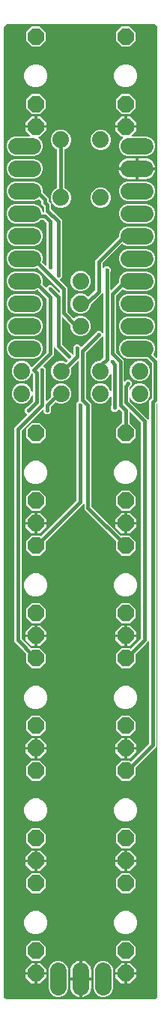
<source format=gbl>
G04 EAGLE Gerber RS-274X export*
G75*
%MOMM*%
%FSLAX34Y34*%
%LPD*%
%INBottom Copper*%
%IPPOS*%
%AMOC8*
5,1,8,0,0,1.08239X$1,22.5*%
G01*
%ADD10P,1.979475X8X202.500000*%
%ADD11C,1.879600*%
%ADD12C,1.828800*%
%ADD13C,0.406400*%
%ADD14C,0.452400*%

G36*
X184181Y90906D02*
X184181Y90906D01*
X184249Y90907D01*
X185178Y91029D01*
X185241Y91048D01*
X185306Y91058D01*
X185382Y91091D01*
X185413Y91101D01*
X185429Y91112D01*
X185459Y91125D01*
X187068Y92054D01*
X187156Y92126D01*
X187247Y92197D01*
X187253Y92205D01*
X187258Y92209D01*
X187270Y92228D01*
X187346Y92332D01*
X188275Y93941D01*
X188298Y94002D01*
X188330Y94059D01*
X188350Y94140D01*
X188362Y94171D01*
X188363Y94190D01*
X188371Y94222D01*
X188493Y95151D01*
X188492Y95182D01*
X188499Y95250D01*
X188499Y763081D01*
X188488Y763152D01*
X188486Y763224D01*
X188468Y763273D01*
X188460Y763324D01*
X188426Y763387D01*
X188401Y763455D01*
X188369Y763495D01*
X188344Y763541D01*
X188292Y763591D01*
X188247Y763647D01*
X188204Y763675D01*
X188166Y763711D01*
X188101Y763741D01*
X188040Y763780D01*
X187990Y763792D01*
X187943Y763814D01*
X187872Y763822D01*
X187802Y763840D01*
X187750Y763836D01*
X187699Y763841D01*
X187628Y763826D01*
X187557Y763820D01*
X187509Y763800D01*
X187458Y763789D01*
X187396Y763752D01*
X187330Y763724D01*
X187275Y763679D01*
X187247Y763663D01*
X187232Y763645D01*
X187199Y763619D01*
X187167Y763587D01*
X187114Y763513D01*
X187055Y763444D01*
X187043Y763414D01*
X187024Y763387D01*
X186997Y763300D01*
X186963Y763216D01*
X186959Y763175D01*
X186952Y763152D01*
X186953Y763120D01*
X186945Y763049D01*
X186945Y376268D01*
X163800Y353123D01*
X163747Y353049D01*
X163687Y352980D01*
X163675Y352950D01*
X163656Y352924D01*
X163629Y352837D01*
X163595Y352752D01*
X163591Y352711D01*
X163584Y352688D01*
X163585Y352656D01*
X163577Y352585D01*
X163577Y344620D01*
X157030Y338073D01*
X147770Y338073D01*
X141223Y344620D01*
X141223Y353880D01*
X147770Y360427D01*
X157030Y360427D01*
X157780Y359677D01*
X157796Y359665D01*
X157808Y359649D01*
X157895Y359593D01*
X157979Y359533D01*
X157998Y359527D01*
X158015Y359516D01*
X158116Y359491D01*
X158214Y359461D01*
X158234Y359461D01*
X158254Y359456D01*
X158357Y359464D01*
X158460Y359467D01*
X158479Y359474D01*
X158499Y359475D01*
X158594Y359516D01*
X158691Y359552D01*
X158707Y359564D01*
X158725Y359572D01*
X158856Y359677D01*
X178592Y379413D01*
X178645Y379487D01*
X178705Y379556D01*
X178717Y379586D01*
X178736Y379612D01*
X178763Y379699D01*
X178797Y379784D01*
X178801Y379825D01*
X178808Y379848D01*
X178807Y379880D01*
X178815Y379951D01*
X178815Y494317D01*
X178804Y494388D01*
X178802Y494460D01*
X178784Y494508D01*
X178776Y494560D01*
X178742Y494623D01*
X178717Y494691D01*
X178685Y494731D01*
X178660Y494777D01*
X178608Y494827D01*
X178564Y494883D01*
X178520Y494911D01*
X178482Y494947D01*
X178417Y494977D01*
X178357Y495016D01*
X178306Y495028D01*
X178259Y495050D01*
X178188Y495058D01*
X178118Y495076D01*
X178066Y495072D01*
X178015Y495077D01*
X177944Y495062D01*
X177873Y495056D01*
X177825Y495036D01*
X177774Y495025D01*
X177713Y494988D01*
X177647Y494960D01*
X177591Y494915D01*
X177563Y494899D01*
X177548Y494881D01*
X177516Y494855D01*
X175197Y492536D01*
X163800Y481139D01*
X163747Y481065D01*
X163687Y480996D01*
X163675Y480966D01*
X163656Y480940D01*
X163629Y480853D01*
X163595Y480768D01*
X163591Y480727D01*
X163584Y480704D01*
X163585Y480672D01*
X163577Y480601D01*
X163577Y471620D01*
X157030Y465073D01*
X147770Y465073D01*
X141223Y471620D01*
X141223Y480880D01*
X147770Y487427D01*
X157030Y487427D01*
X157272Y487185D01*
X157288Y487173D01*
X157300Y487157D01*
X157387Y487101D01*
X157471Y487041D01*
X157490Y487035D01*
X157507Y487024D01*
X157608Y486999D01*
X157706Y486969D01*
X157726Y486969D01*
X157746Y486964D01*
X157849Y486972D01*
X157952Y486975D01*
X157971Y486982D01*
X157991Y486983D01*
X158086Y487024D01*
X158183Y487060D01*
X158199Y487072D01*
X158217Y487080D01*
X158348Y487185D01*
X169448Y498285D01*
X169501Y498359D01*
X169561Y498428D01*
X169573Y498458D01*
X169592Y498484D01*
X169619Y498571D01*
X169653Y498656D01*
X169657Y498697D01*
X169664Y498720D01*
X169663Y498752D01*
X169671Y498823D01*
X169671Y741713D01*
X169657Y741803D01*
X169649Y741894D01*
X169637Y741924D01*
X169632Y741956D01*
X169589Y742036D01*
X169553Y742120D01*
X169527Y742152D01*
X169516Y742173D01*
X169493Y742195D01*
X169448Y742251D01*
X157764Y753935D01*
X157706Y753977D01*
X157654Y754027D01*
X157607Y754049D01*
X157565Y754079D01*
X157496Y754100D01*
X157431Y754130D01*
X157379Y754136D01*
X157329Y754151D01*
X157258Y754149D01*
X157187Y754157D01*
X157136Y754146D01*
X157084Y754145D01*
X157016Y754120D01*
X156946Y754105D01*
X156901Y754078D01*
X156853Y754060D01*
X156797Y754016D01*
X156735Y753979D01*
X156701Y753939D01*
X156661Y753907D01*
X156622Y753846D01*
X156575Y753792D01*
X156556Y753744D01*
X156528Y753700D01*
X156510Y753630D01*
X156483Y753564D01*
X156475Y753492D01*
X156467Y753461D01*
X156469Y753438D01*
X156465Y753397D01*
X156465Y742188D01*
X156468Y742168D01*
X156466Y742149D01*
X156488Y742047D01*
X156504Y741945D01*
X156514Y741928D01*
X156518Y741908D01*
X156571Y741819D01*
X156620Y741728D01*
X156634Y741714D01*
X156644Y741697D01*
X156723Y741630D01*
X156798Y741558D01*
X156816Y741550D01*
X156831Y741537D01*
X156927Y741498D01*
X156984Y741472D01*
X163577Y734880D01*
X163577Y725620D01*
X157030Y719073D01*
X147770Y719073D01*
X141223Y725620D01*
X141223Y734880D01*
X147809Y741465D01*
X147817Y741466D01*
X147834Y741476D01*
X147854Y741480D01*
X147943Y741533D01*
X148034Y741582D01*
X148048Y741596D01*
X148065Y741606D01*
X148132Y741685D01*
X148204Y741760D01*
X148212Y741778D01*
X148225Y741793D01*
X148264Y741889D01*
X148307Y741983D01*
X148309Y742003D01*
X148317Y742021D01*
X148335Y742188D01*
X148335Y753905D01*
X148321Y753995D01*
X148313Y754086D01*
X148301Y754116D01*
X148296Y754148D01*
X148253Y754228D01*
X148217Y754312D01*
X148191Y754345D01*
X148180Y754365D01*
X148157Y754387D01*
X148112Y754443D01*
X145481Y757075D01*
X145465Y757086D01*
X145452Y757102D01*
X145365Y757158D01*
X145281Y757218D01*
X145262Y757224D01*
X145245Y757235D01*
X145145Y757260D01*
X145046Y757291D01*
X145026Y757290D01*
X145007Y757295D01*
X144904Y757287D01*
X144800Y757284D01*
X144781Y757277D01*
X144762Y757276D01*
X144667Y757235D01*
X144569Y757200D01*
X144554Y757187D01*
X144535Y757180D01*
X144404Y757075D01*
X141987Y754657D01*
X138429Y754657D01*
X135913Y757173D01*
X135913Y760731D01*
X135920Y760738D01*
X135973Y760812D01*
X136033Y760881D01*
X136045Y760912D01*
X136064Y760938D01*
X136091Y761025D01*
X136125Y761110D01*
X136129Y761150D01*
X136136Y761173D01*
X136135Y761205D01*
X136143Y761276D01*
X136143Y770742D01*
X136128Y770838D01*
X136118Y770935D01*
X136108Y770959D01*
X136104Y770985D01*
X136058Y771071D01*
X136018Y771160D01*
X136001Y771179D01*
X135988Y771202D01*
X135918Y771269D01*
X135852Y771341D01*
X135829Y771353D01*
X135810Y771371D01*
X135722Y771412D01*
X135636Y771459D01*
X135611Y771464D01*
X135587Y771475D01*
X135490Y771486D01*
X135394Y771503D01*
X135368Y771499D01*
X135343Y771502D01*
X135247Y771482D01*
X135151Y771467D01*
X135128Y771456D01*
X135102Y771450D01*
X135019Y771400D01*
X134932Y771356D01*
X134913Y771337D01*
X134891Y771324D01*
X134828Y771250D01*
X134760Y771180D01*
X134744Y771152D01*
X134731Y771137D01*
X134719Y771106D01*
X134679Y771033D01*
X133515Y768225D01*
X130300Y765010D01*
X126099Y763269D01*
X121551Y763269D01*
X117350Y765010D01*
X114135Y768225D01*
X112394Y772426D01*
X112394Y776974D01*
X114135Y781175D01*
X117350Y784390D01*
X121551Y786131D01*
X126099Y786131D01*
X130300Y784390D01*
X133515Y781175D01*
X134679Y778367D01*
X134730Y778284D01*
X134776Y778198D01*
X134795Y778180D01*
X134808Y778158D01*
X134883Y778096D01*
X134954Y778029D01*
X134978Y778018D01*
X134998Y778001D01*
X135089Y777966D01*
X135177Y777925D01*
X135203Y777922D01*
X135227Y777913D01*
X135325Y777909D01*
X135421Y777898D01*
X135447Y777903D01*
X135473Y777902D01*
X135567Y777929D01*
X135662Y777950D01*
X135684Y777963D01*
X135709Y777971D01*
X135789Y778026D01*
X135873Y778076D01*
X135890Y778096D01*
X135911Y778111D01*
X135970Y778189D01*
X136033Y778263D01*
X136043Y778287D01*
X136058Y778308D01*
X136088Y778401D01*
X136125Y778491D01*
X136128Y778524D01*
X136134Y778542D01*
X136134Y778575D01*
X136143Y778658D01*
X136143Y796142D01*
X136128Y796238D01*
X136118Y796335D01*
X136108Y796359D01*
X136104Y796385D01*
X136058Y796471D01*
X136018Y796560D01*
X136001Y796579D01*
X135988Y796602D01*
X135918Y796669D01*
X135852Y796741D01*
X135829Y796753D01*
X135810Y796771D01*
X135722Y796812D01*
X135636Y796859D01*
X135611Y796864D01*
X135587Y796875D01*
X135490Y796886D01*
X135394Y796903D01*
X135368Y796899D01*
X135343Y796902D01*
X135247Y796882D01*
X135151Y796867D01*
X135128Y796856D01*
X135102Y796850D01*
X135019Y796800D01*
X134932Y796756D01*
X134913Y796737D01*
X134891Y796724D01*
X134828Y796650D01*
X134760Y796580D01*
X134744Y796552D01*
X134731Y796537D01*
X134719Y796506D01*
X134679Y796433D01*
X133515Y793625D01*
X130300Y790410D01*
X126099Y788669D01*
X121551Y788669D01*
X117350Y790410D01*
X114135Y793625D01*
X112394Y797826D01*
X112394Y802374D01*
X114135Y806575D01*
X117350Y809790D01*
X121551Y811531D01*
X122715Y811531D01*
X122805Y811545D01*
X122896Y811553D01*
X122926Y811565D01*
X122958Y811570D01*
X123038Y811613D01*
X123122Y811649D01*
X123154Y811675D01*
X123175Y811686D01*
X123197Y811709D01*
X123253Y811754D01*
X126776Y815277D01*
X126829Y815351D01*
X126889Y815420D01*
X126901Y815450D01*
X126920Y815476D01*
X126947Y815563D01*
X126981Y815648D01*
X126985Y815689D01*
X126992Y815712D01*
X126991Y815744D01*
X126999Y815815D01*
X126999Y838416D01*
X126988Y838487D01*
X126986Y838558D01*
X126968Y838607D01*
X126960Y838659D01*
X126926Y838722D01*
X126901Y838789D01*
X126869Y838830D01*
X126844Y838876D01*
X126792Y838925D01*
X126748Y838981D01*
X126704Y839009D01*
X126666Y839045D01*
X126601Y839075D01*
X126541Y839114D01*
X126490Y839127D01*
X126443Y839149D01*
X126372Y839157D01*
X126302Y839174D01*
X126250Y839170D01*
X126199Y839176D01*
X126128Y839161D01*
X126057Y839155D01*
X126009Y839135D01*
X125958Y839124D01*
X125897Y839087D01*
X125831Y839059D01*
X125775Y839014D01*
X125747Y838998D01*
X125732Y838980D01*
X125700Y838954D01*
X123699Y836953D01*
X123689Y836953D01*
X123599Y836939D01*
X123508Y836931D01*
X123478Y836919D01*
X123446Y836914D01*
X123366Y836871D01*
X123282Y836835D01*
X123250Y836809D01*
X123229Y836798D01*
X123207Y836775D01*
X123202Y836771D01*
X123201Y836771D01*
X123201Y836770D01*
X123151Y836730D01*
X107920Y821499D01*
X107867Y821425D01*
X107807Y821356D01*
X107795Y821326D01*
X107776Y821300D01*
X107749Y821213D01*
X107715Y821128D01*
X107711Y821087D01*
X107704Y821064D01*
X107705Y821032D01*
X107697Y820961D01*
X107697Y770095D01*
X107711Y770005D01*
X107719Y769914D01*
X107731Y769884D01*
X107736Y769852D01*
X107779Y769772D01*
X107815Y769688D01*
X107841Y769656D01*
X107852Y769635D01*
X107875Y769613D01*
X107920Y769557D01*
X113793Y763684D01*
X113793Y648175D01*
X113807Y648085D01*
X113815Y647994D01*
X113827Y647964D01*
X113832Y647932D01*
X113875Y647852D01*
X113911Y647768D01*
X113937Y647736D01*
X113948Y647715D01*
X113971Y647693D01*
X114016Y647637D01*
X147003Y614650D01*
X147077Y614597D01*
X147146Y614537D01*
X147176Y614525D01*
X147202Y614506D01*
X147289Y614479D01*
X147374Y614445D01*
X147415Y614441D01*
X147438Y614434D01*
X147470Y614435D01*
X147541Y614427D01*
X157030Y614427D01*
X163577Y607880D01*
X163577Y598620D01*
X157030Y592073D01*
X147770Y592073D01*
X141223Y598620D01*
X141223Y607884D01*
X141239Y607896D01*
X141295Y607983D01*
X141355Y608067D01*
X141361Y608086D01*
X141372Y608103D01*
X141397Y608203D01*
X141427Y608302D01*
X141427Y608322D01*
X141432Y608342D01*
X141424Y608445D01*
X141421Y608548D01*
X141414Y608567D01*
X141413Y608587D01*
X141372Y608682D01*
X141336Y608779D01*
X141324Y608795D01*
X141316Y608813D01*
X141211Y608944D01*
X105663Y644492D01*
X105663Y649765D01*
X105652Y649836D01*
X105650Y649908D01*
X105632Y649956D01*
X105624Y650008D01*
X105590Y650071D01*
X105565Y650139D01*
X105533Y650179D01*
X105508Y650225D01*
X105456Y650275D01*
X105412Y650331D01*
X105368Y650359D01*
X105330Y650395D01*
X105265Y650425D01*
X105205Y650464D01*
X105154Y650476D01*
X105107Y650498D01*
X105036Y650506D01*
X104966Y650524D01*
X104914Y650520D01*
X104863Y650525D01*
X104792Y650510D01*
X104721Y650504D01*
X104673Y650484D01*
X104622Y650473D01*
X104561Y650436D01*
X104495Y650408D01*
X104439Y650363D01*
X104411Y650347D01*
X104396Y650329D01*
X104364Y650303D01*
X102045Y647984D01*
X62200Y608139D01*
X62147Y608065D01*
X62087Y607996D01*
X62075Y607966D01*
X62056Y607940D01*
X62029Y607853D01*
X61995Y607768D01*
X61991Y607727D01*
X61984Y607704D01*
X61985Y607672D01*
X61977Y607601D01*
X61977Y598620D01*
X55430Y592073D01*
X46170Y592073D01*
X39623Y598620D01*
X39623Y607880D01*
X46170Y614427D01*
X55430Y614427D01*
X55672Y614185D01*
X55688Y614173D01*
X55700Y614157D01*
X55787Y614101D01*
X55871Y614041D01*
X55890Y614035D01*
X55907Y614024D01*
X56008Y613999D01*
X56106Y613969D01*
X56126Y613969D01*
X56146Y613964D01*
X56249Y613972D01*
X56352Y613975D01*
X56371Y613982D01*
X56391Y613983D01*
X56486Y614024D01*
X56583Y614060D01*
X56599Y614072D01*
X56617Y614080D01*
X56748Y614185D01*
X96296Y653733D01*
X96349Y653807D01*
X96409Y653876D01*
X96421Y653906D01*
X96440Y653932D01*
X96467Y654019D01*
X96501Y654104D01*
X96505Y654145D01*
X96512Y654168D01*
X96511Y654200D01*
X96519Y654271D01*
X96519Y759676D01*
X96505Y759766D01*
X96497Y759857D01*
X96485Y759887D01*
X96480Y759918D01*
X96437Y759999D01*
X96401Y760083D01*
X96375Y760115D01*
X96364Y760136D01*
X96341Y760158D01*
X96296Y760214D01*
X96289Y760221D01*
X96289Y763779D01*
X98805Y766295D01*
X98806Y766295D01*
X98826Y766298D01*
X98845Y766296D01*
X98947Y766318D01*
X99049Y766334D01*
X99066Y766344D01*
X99086Y766348D01*
X99175Y766401D01*
X99266Y766450D01*
X99280Y766464D01*
X99297Y766474D01*
X99364Y766553D01*
X99436Y766628D01*
X99444Y766646D01*
X99457Y766661D01*
X99496Y766757D01*
X99539Y766851D01*
X99541Y766871D01*
X99549Y766889D01*
X99567Y767056D01*
X99567Y811309D01*
X99556Y811380D01*
X99554Y811452D01*
X99536Y811501D01*
X99528Y811552D01*
X99494Y811615D01*
X99469Y811683D01*
X99437Y811723D01*
X99412Y811769D01*
X99361Y811819D01*
X99316Y811875D01*
X99272Y811903D01*
X99234Y811939D01*
X99169Y811969D01*
X99109Y812008D01*
X99058Y812020D01*
X99011Y812042D01*
X98940Y812050D01*
X98870Y812068D01*
X98818Y812064D01*
X98767Y812069D01*
X98696Y812054D01*
X98625Y812048D01*
X98577Y812028D01*
X98526Y812017D01*
X98465Y811980D01*
X98399Y811952D01*
X98343Y811907D01*
X98315Y811891D01*
X98300Y811873D01*
X98268Y811847D01*
X90576Y804156D01*
X90508Y804061D01*
X90438Y803967D01*
X90436Y803961D01*
X90433Y803956D01*
X90399Y803845D01*
X90362Y803733D01*
X90362Y803727D01*
X90360Y803721D01*
X90363Y803604D01*
X90364Y803487D01*
X90367Y803480D01*
X90367Y803475D01*
X90373Y803458D01*
X90411Y803326D01*
X90806Y802374D01*
X90806Y797826D01*
X89065Y793625D01*
X85850Y790410D01*
X81649Y788669D01*
X77101Y788669D01*
X72900Y790410D01*
X69685Y793625D01*
X67944Y797826D01*
X67944Y802374D01*
X69685Y806575D01*
X72900Y809790D01*
X77101Y811531D01*
X81649Y811531D01*
X84577Y810318D01*
X84644Y810302D01*
X84648Y810300D01*
X84654Y810300D01*
X84690Y810291D01*
X84804Y810263D01*
X84810Y810263D01*
X84816Y810262D01*
X84933Y810273D01*
X85049Y810282D01*
X85055Y810284D01*
X85061Y810285D01*
X85169Y810333D01*
X85276Y810378D01*
X85281Y810383D01*
X85286Y810385D01*
X85300Y810397D01*
X85346Y810434D01*
X85350Y810437D01*
X85355Y810442D01*
X85406Y810483D01*
X86515Y811591D01*
X86526Y811607D01*
X86542Y811620D01*
X86598Y811707D01*
X86658Y811791D01*
X86664Y811810D01*
X86675Y811827D01*
X86700Y811927D01*
X86731Y812026D01*
X86730Y812046D01*
X86735Y812065D01*
X86727Y812168D01*
X86724Y812272D01*
X86717Y812291D01*
X86716Y812310D01*
X86675Y812405D01*
X86640Y812503D01*
X86627Y812518D01*
X86620Y812537D01*
X86515Y812668D01*
X84097Y815085D01*
X84097Y815095D01*
X84083Y815185D01*
X84075Y815276D01*
X84063Y815306D01*
X84058Y815338D01*
X84015Y815418D01*
X83979Y815502D01*
X83953Y815534D01*
X83942Y815555D01*
X83919Y815577D01*
X83874Y815633D01*
X72420Y827087D01*
X72362Y827129D01*
X72310Y827179D01*
X72263Y827201D01*
X72221Y827231D01*
X72152Y827252D01*
X72087Y827282D01*
X72035Y827288D01*
X71985Y827303D01*
X71914Y827301D01*
X71843Y827309D01*
X71792Y827298D01*
X71740Y827297D01*
X71672Y827272D01*
X71602Y827257D01*
X71557Y827230D01*
X71509Y827212D01*
X71453Y827168D01*
X71391Y827131D01*
X71357Y827091D01*
X71317Y827059D01*
X71278Y826998D01*
X71231Y826944D01*
X71212Y826896D01*
X71184Y826852D01*
X71166Y826782D01*
X71139Y826716D01*
X71131Y826644D01*
X71123Y826613D01*
X71125Y826590D01*
X71121Y826549D01*
X71121Y818228D01*
X59789Y806897D01*
X59778Y806881D01*
X59762Y806868D01*
X59706Y806781D01*
X59646Y806697D01*
X59640Y806678D01*
X59629Y806661D01*
X59604Y806561D01*
X59573Y806462D01*
X59574Y806442D01*
X59569Y806423D01*
X59577Y806320D01*
X59580Y806216D01*
X59587Y806197D01*
X59588Y806178D01*
X59629Y806083D01*
X59664Y805985D01*
X59677Y805970D01*
X59684Y805951D01*
X59789Y805820D01*
X62207Y803403D01*
X62207Y799845D01*
X62200Y799838D01*
X62147Y799764D01*
X62087Y799695D01*
X62075Y799664D01*
X62056Y799638D01*
X62029Y799551D01*
X61995Y799466D01*
X61991Y799426D01*
X61984Y799403D01*
X61985Y799371D01*
X61977Y799300D01*
X61977Y767555D01*
X61988Y767484D01*
X61990Y767412D01*
X62008Y767363D01*
X62016Y767312D01*
X62050Y767249D01*
X62075Y767181D01*
X62107Y767141D01*
X62132Y767095D01*
X62183Y767045D01*
X62228Y766989D01*
X62272Y766961D01*
X62310Y766925D01*
X62375Y766895D01*
X62435Y766856D01*
X62486Y766844D01*
X62533Y766822D01*
X62604Y766814D01*
X62674Y766796D01*
X62726Y766800D01*
X62777Y766795D01*
X62848Y766810D01*
X62919Y766816D01*
X62967Y766836D01*
X63018Y766847D01*
X63079Y766884D01*
X63145Y766912D01*
X63201Y766957D01*
X63229Y766973D01*
X63244Y766991D01*
X63276Y767017D01*
X67802Y771542D01*
X67870Y771637D01*
X67940Y771731D01*
X67942Y771737D01*
X67945Y771742D01*
X67980Y771853D01*
X68016Y771965D01*
X68016Y771971D01*
X68018Y771977D01*
X68015Y772094D01*
X68014Y772211D01*
X68011Y772218D01*
X68011Y772223D01*
X68005Y772240D01*
X67967Y772372D01*
X67944Y772426D01*
X67944Y776974D01*
X69685Y781175D01*
X72900Y784390D01*
X77101Y786131D01*
X81649Y786131D01*
X85850Y784390D01*
X89065Y781175D01*
X90806Y776974D01*
X90806Y772426D01*
X89065Y768225D01*
X85850Y765010D01*
X81649Y763269D01*
X77101Y763269D01*
X73275Y764854D01*
X73162Y764881D01*
X73048Y764909D01*
X73042Y764909D01*
X73036Y764910D01*
X72919Y764899D01*
X72803Y764890D01*
X72797Y764888D01*
X72791Y764887D01*
X72683Y764839D01*
X72576Y764794D01*
X72571Y764789D01*
X72566Y764787D01*
X72552Y764775D01*
X72446Y764689D01*
X68296Y760539D01*
X68248Y760473D01*
X68243Y760468D01*
X68241Y760464D01*
X68183Y760396D01*
X68171Y760366D01*
X68152Y760340D01*
X68125Y760253D01*
X68091Y760168D01*
X68087Y760127D01*
X68080Y760104D01*
X68081Y760072D01*
X68073Y760001D01*
X68073Y758228D01*
X68087Y758138D01*
X68095Y758047D01*
X68107Y758017D01*
X68112Y757986D01*
X68155Y757905D01*
X68191Y757821D01*
X68217Y757789D01*
X68228Y757768D01*
X68251Y757746D01*
X68296Y757690D01*
X68303Y757683D01*
X68303Y754125D01*
X65787Y751609D01*
X62229Y751609D01*
X59713Y754125D01*
X59713Y756215D01*
X59702Y756286D01*
X59700Y756358D01*
X59682Y756406D01*
X59674Y756458D01*
X59640Y756521D01*
X59615Y756589D01*
X59583Y756629D01*
X59558Y756675D01*
X59506Y756725D01*
X59462Y756781D01*
X59418Y756809D01*
X59380Y756845D01*
X59315Y756875D01*
X59255Y756914D01*
X59204Y756926D01*
X59157Y756948D01*
X59086Y756956D01*
X59016Y756974D01*
X58964Y756970D01*
X58913Y756975D01*
X58842Y756960D01*
X58771Y756954D01*
X58723Y756934D01*
X58672Y756923D01*
X58611Y756886D01*
X58545Y756858D01*
X58489Y756813D01*
X58461Y756797D01*
X58446Y756779D01*
X58414Y756753D01*
X34768Y733107D01*
X34715Y733033D01*
X34655Y732964D01*
X34643Y732934D01*
X34624Y732908D01*
X34597Y732821D01*
X34563Y732736D01*
X34559Y732695D01*
X34552Y732672D01*
X34553Y732640D01*
X34545Y732569D01*
X34545Y498823D01*
X34559Y498733D01*
X34567Y498642D01*
X34579Y498612D01*
X34584Y498580D01*
X34627Y498500D01*
X34663Y498416D01*
X34689Y498384D01*
X34700Y498363D01*
X34723Y498341D01*
X34768Y498285D01*
X45403Y487650D01*
X45477Y487597D01*
X45546Y487537D01*
X45576Y487525D01*
X45602Y487506D01*
X45689Y487479D01*
X45774Y487445D01*
X45815Y487441D01*
X45838Y487434D01*
X45870Y487435D01*
X45941Y487427D01*
X55430Y487427D01*
X61977Y480880D01*
X61977Y471620D01*
X55430Y465073D01*
X46170Y465073D01*
X39623Y471620D01*
X39623Y480884D01*
X39639Y480896D01*
X39695Y480983D01*
X39755Y481067D01*
X39761Y481086D01*
X39772Y481103D01*
X39797Y481203D01*
X39827Y481302D01*
X39827Y481322D01*
X39832Y481342D01*
X39824Y481445D01*
X39821Y481548D01*
X39814Y481567D01*
X39813Y481587D01*
X39772Y481682D01*
X39765Y481700D01*
X39765Y481702D01*
X39764Y481703D01*
X39736Y481779D01*
X39724Y481795D01*
X39716Y481813D01*
X39646Y481901D01*
X39639Y481913D01*
X39631Y481919D01*
X39611Y481944D01*
X26415Y495140D01*
X26415Y736252D01*
X40795Y750631D01*
X40806Y750647D01*
X40822Y750660D01*
X40878Y750747D01*
X40938Y750831D01*
X40944Y750850D01*
X40955Y750867D01*
X40980Y750967D01*
X41011Y751066D01*
X41010Y751086D01*
X41015Y751105D01*
X41007Y751208D01*
X41004Y751312D01*
X40997Y751331D01*
X40996Y751350D01*
X40955Y751445D01*
X40920Y751543D01*
X40907Y751558D01*
X40900Y751577D01*
X40795Y751708D01*
X38377Y754125D01*
X38377Y757683D01*
X40893Y760199D01*
X40903Y760199D01*
X40993Y760213D01*
X41084Y760221D01*
X41114Y760233D01*
X41146Y760238D01*
X41226Y760281D01*
X41310Y760317D01*
X41342Y760343D01*
X41363Y760354D01*
X41385Y760377D01*
X41441Y760422D01*
X47528Y766509D01*
X47581Y766583D01*
X47641Y766652D01*
X47653Y766682D01*
X47672Y766708D01*
X47699Y766795D01*
X47733Y766880D01*
X47737Y766921D01*
X47744Y766944D01*
X47743Y766976D01*
X47751Y767047D01*
X47751Y771968D01*
X47736Y772064D01*
X47726Y772161D01*
X47716Y772185D01*
X47712Y772211D01*
X47666Y772297D01*
X47626Y772386D01*
X47609Y772405D01*
X47596Y772429D01*
X47526Y772495D01*
X47460Y772567D01*
X47437Y772580D01*
X47418Y772598D01*
X47330Y772639D01*
X47244Y772686D01*
X47219Y772691D01*
X47195Y772702D01*
X47098Y772712D01*
X47002Y772730D01*
X46976Y772726D01*
X46951Y772729D01*
X46855Y772708D01*
X46759Y772694D01*
X46736Y772682D01*
X46710Y772676D01*
X46627Y772626D01*
X46540Y772582D01*
X46521Y772564D01*
X46499Y772550D01*
X46436Y772476D01*
X46368Y772407D01*
X46352Y772378D01*
X46339Y772363D01*
X46327Y772333D01*
X46287Y772260D01*
X44615Y768225D01*
X41400Y765010D01*
X37199Y763269D01*
X32651Y763269D01*
X28450Y765010D01*
X25235Y768225D01*
X23494Y772426D01*
X23494Y776974D01*
X25235Y781175D01*
X28450Y784390D01*
X32651Y786131D01*
X37199Y786131D01*
X41400Y784390D01*
X44615Y781175D01*
X46287Y777140D01*
X46338Y777057D01*
X46384Y776971D01*
X46403Y776953D01*
X46416Y776931D01*
X46491Y776869D01*
X46562Y776802D01*
X46586Y776791D01*
X46606Y776774D01*
X46697Y776740D01*
X46785Y776698D01*
X46811Y776696D01*
X46835Y776686D01*
X46933Y776682D01*
X47029Y776671D01*
X47055Y776677D01*
X47081Y776676D01*
X47175Y776703D01*
X47270Y776724D01*
X47292Y776737D01*
X47317Y776744D01*
X47397Y776800D01*
X47481Y776850D01*
X47498Y776870D01*
X47519Y776885D01*
X47578Y776963D01*
X47641Y777037D01*
X47651Y777061D01*
X47666Y777082D01*
X47696Y777174D01*
X47733Y777265D01*
X47736Y777297D01*
X47742Y777316D01*
X47742Y777349D01*
X47751Y777432D01*
X47751Y796577D01*
X47746Y796607D01*
X47748Y796619D01*
X47736Y796673D01*
X47729Y796758D01*
X47717Y796788D01*
X47712Y796820D01*
X47699Y796844D01*
X47696Y796859D01*
X47664Y796913D01*
X47633Y796984D01*
X47607Y797016D01*
X47596Y797037D01*
X47580Y797053D01*
X47569Y797070D01*
X47553Y797084D01*
X47528Y797115D01*
X47297Y797347D01*
X47259Y797374D01*
X47228Y797408D01*
X47160Y797445D01*
X47097Y797491D01*
X47053Y797504D01*
X47013Y797526D01*
X46936Y797540D01*
X46862Y797563D01*
X46816Y797562D01*
X46771Y797570D01*
X46694Y797559D01*
X46616Y797557D01*
X46573Y797541D01*
X46527Y797534D01*
X46458Y797499D01*
X46385Y797472D01*
X46349Y797444D01*
X46308Y797423D01*
X46254Y797367D01*
X46193Y797319D01*
X46168Y797280D01*
X46136Y797247D01*
X46070Y797127D01*
X46060Y797112D01*
X46059Y797107D01*
X46055Y797100D01*
X44615Y793625D01*
X41400Y790410D01*
X37199Y788669D01*
X32651Y788669D01*
X28450Y790410D01*
X25235Y793625D01*
X23494Y797826D01*
X23494Y802374D01*
X25235Y806575D01*
X28450Y809790D01*
X32651Y811531D01*
X37199Y811531D01*
X41400Y809790D01*
X44615Y806575D01*
X45162Y805255D01*
X45186Y805216D01*
X45202Y805173D01*
X45251Y805112D01*
X45292Y805046D01*
X45327Y805017D01*
X45356Y804981D01*
X45421Y804939D01*
X45481Y804889D01*
X45524Y804873D01*
X45563Y804848D01*
X45638Y804829D01*
X45711Y804801D01*
X45757Y804799D01*
X45801Y804788D01*
X45879Y804794D01*
X45957Y804791D01*
X46001Y804803D01*
X46047Y804807D01*
X46118Y804838D01*
X46193Y804859D01*
X46231Y804885D01*
X46273Y804903D01*
X46380Y804989D01*
X46395Y804999D01*
X46398Y805004D01*
X46404Y805008D01*
X47307Y805912D01*
X62768Y821373D01*
X62821Y821447D01*
X62881Y821516D01*
X62893Y821546D01*
X62912Y821572D01*
X62939Y821659D01*
X62973Y821744D01*
X62977Y821785D01*
X62984Y821808D01*
X62983Y821840D01*
X62991Y821911D01*
X62991Y881921D01*
X62977Y882011D01*
X62969Y882102D01*
X62957Y882132D01*
X62952Y882164D01*
X62909Y882244D01*
X62873Y882328D01*
X62847Y882360D01*
X62836Y882381D01*
X62813Y882403D01*
X62768Y882459D01*
X53530Y891698D01*
X53436Y891765D01*
X53341Y891835D01*
X53335Y891837D01*
X53330Y891841D01*
X53219Y891875D01*
X53108Y891912D01*
X53101Y891912D01*
X53095Y891913D01*
X52979Y891910D01*
X52862Y891909D01*
X52854Y891907D01*
X52849Y891907D01*
X52832Y891901D01*
X52701Y891863D01*
X49467Y890523D01*
X26733Y890523D01*
X22625Y892225D01*
X19481Y895369D01*
X17779Y899477D01*
X17779Y903923D01*
X19481Y908031D01*
X22625Y911175D01*
X26733Y912877D01*
X49467Y912877D01*
X53575Y911175D01*
X56719Y908031D01*
X58421Y903923D01*
X58421Y899477D01*
X58272Y899117D01*
X58245Y899003D01*
X58217Y898890D01*
X58217Y898884D01*
X58216Y898878D01*
X58227Y898761D01*
X58236Y898645D01*
X58238Y898639D01*
X58239Y898633D01*
X58287Y898525D01*
X58332Y898419D01*
X58337Y898413D01*
X58339Y898408D01*
X58351Y898394D01*
X58437Y898288D01*
X61783Y894941D01*
X61799Y894930D01*
X61812Y894914D01*
X61899Y894858D01*
X61983Y894798D01*
X62002Y894792D01*
X62019Y894781D01*
X62119Y894756D01*
X62218Y894725D01*
X62238Y894726D01*
X62257Y894721D01*
X62360Y894729D01*
X62464Y894732D01*
X62483Y894739D01*
X62502Y894740D01*
X62597Y894781D01*
X62695Y894816D01*
X62710Y894829D01*
X62729Y894836D01*
X62860Y894941D01*
X65277Y897359D01*
X68835Y897359D01*
X71351Y894843D01*
X71351Y894833D01*
X71365Y894743D01*
X71373Y894652D01*
X71385Y894622D01*
X71390Y894590D01*
X71433Y894510D01*
X71469Y894426D01*
X71495Y894394D01*
X71506Y894373D01*
X71529Y894351D01*
X71574Y894295D01*
X76932Y888937D01*
X76990Y888895D01*
X77042Y888845D01*
X77089Y888823D01*
X77131Y888793D01*
X77200Y888772D01*
X77265Y888742D01*
X77317Y888736D01*
X77367Y888721D01*
X77438Y888723D01*
X77509Y888715D01*
X77560Y888726D01*
X77612Y888727D01*
X77680Y888752D01*
X77750Y888767D01*
X77795Y888794D01*
X77843Y888812D01*
X77899Y888856D01*
X77961Y888893D01*
X77995Y888933D01*
X78035Y888965D01*
X78074Y889026D01*
X78121Y889080D01*
X78140Y889128D01*
X78168Y889172D01*
X78186Y889242D01*
X78213Y889308D01*
X78221Y889380D01*
X78229Y889411D01*
X78227Y889434D01*
X78231Y889475D01*
X78231Y891065D01*
X78217Y891155D01*
X78209Y891246D01*
X78197Y891276D01*
X78192Y891308D01*
X78149Y891388D01*
X78113Y891472D01*
X78087Y891504D01*
X78076Y891525D01*
X78053Y891547D01*
X78008Y891603D01*
X52812Y916800D01*
X52717Y916868D01*
X52623Y916938D01*
X52617Y916940D01*
X52612Y916943D01*
X52501Y916978D01*
X52389Y917014D01*
X52383Y917014D01*
X52377Y917016D01*
X52260Y917013D01*
X52143Y917012D01*
X52136Y917010D01*
X52131Y917009D01*
X52113Y917003D01*
X51982Y916965D01*
X49467Y915923D01*
X26733Y915923D01*
X22625Y917625D01*
X19481Y920769D01*
X17779Y924877D01*
X17779Y929323D01*
X19481Y933431D01*
X22625Y936575D01*
X26733Y938277D01*
X49467Y938277D01*
X53575Y936575D01*
X56719Y933431D01*
X58421Y929323D01*
X58421Y924877D01*
X57974Y923799D01*
X57947Y923685D01*
X57919Y923572D01*
X57919Y923565D01*
X57918Y923559D01*
X57929Y923443D01*
X57938Y923326D01*
X57941Y923321D01*
X57941Y923314D01*
X57989Y923207D01*
X58034Y923100D01*
X58039Y923094D01*
X58041Y923090D01*
X58054Y923076D01*
X58139Y922969D01*
X61692Y919417D01*
X61750Y919375D01*
X61802Y919325D01*
X61849Y919303D01*
X61891Y919273D01*
X61960Y919252D01*
X62025Y919222D01*
X62077Y919216D01*
X62127Y919201D01*
X62198Y919203D01*
X62269Y919195D01*
X62320Y919206D01*
X62372Y919207D01*
X62440Y919232D01*
X62510Y919247D01*
X62554Y919274D01*
X62603Y919292D01*
X62659Y919336D01*
X62721Y919373D01*
X62755Y919413D01*
X62795Y919445D01*
X62834Y919506D01*
X62881Y919560D01*
X62900Y919608D01*
X62928Y919652D01*
X62946Y919722D01*
X62973Y919788D01*
X62981Y919860D01*
X62989Y919891D01*
X62987Y919914D01*
X62991Y919955D01*
X62991Y967265D01*
X62977Y967355D01*
X62969Y967446D01*
X62957Y967476D01*
X62952Y967508D01*
X62909Y967588D01*
X62873Y967672D01*
X62847Y967704D01*
X62836Y967725D01*
X62813Y967747D01*
X62768Y967803D01*
X59499Y971072D01*
X59425Y971125D01*
X59356Y971185D01*
X59326Y971197D01*
X59300Y971216D01*
X59213Y971243D01*
X59128Y971277D01*
X59087Y971281D01*
X59064Y971288D01*
X59032Y971287D01*
X58961Y971295D01*
X56761Y971295D01*
X56671Y971281D01*
X56580Y971273D01*
X56550Y971261D01*
X56518Y971256D01*
X56437Y971213D01*
X56354Y971177D01*
X56321Y971151D01*
X56301Y971140D01*
X56279Y971117D01*
X56223Y971072D01*
X53575Y968425D01*
X49467Y966723D01*
X26733Y966723D01*
X22625Y968425D01*
X19481Y971569D01*
X17779Y975677D01*
X17779Y980123D01*
X19481Y984231D01*
X22625Y987375D01*
X26733Y989077D01*
X49467Y989077D01*
X53575Y987375D01*
X56719Y984231D01*
X58434Y980092D01*
X58444Y980045D01*
X58460Y979943D01*
X58470Y979926D01*
X58474Y979906D01*
X58527Y979817D01*
X58576Y979726D01*
X58590Y979712D01*
X58600Y979695D01*
X58679Y979628D01*
X58754Y979556D01*
X58772Y979548D01*
X58787Y979535D01*
X58883Y979496D01*
X58977Y979453D01*
X58997Y979451D01*
X59015Y979443D01*
X59182Y979425D01*
X59202Y979428D01*
X59221Y979426D01*
X59323Y979448D01*
X59425Y979464D01*
X59442Y979474D01*
X59462Y979478D01*
X59551Y979531D01*
X59642Y979580D01*
X59656Y979594D01*
X59673Y979604D01*
X59740Y979683D01*
X59812Y979758D01*
X59820Y979776D01*
X59833Y979791D01*
X59872Y979887D01*
X59915Y979981D01*
X59917Y980001D01*
X59925Y980019D01*
X59943Y980186D01*
X59943Y985553D01*
X59929Y985643D01*
X59921Y985734D01*
X59909Y985764D01*
X59904Y985796D01*
X59861Y985876D01*
X59825Y985960D01*
X59799Y985993D01*
X59788Y986013D01*
X59765Y986035D01*
X59720Y986091D01*
X56895Y988916D01*
X56895Y991649D01*
X56881Y991739D01*
X56873Y991830D01*
X56861Y991860D01*
X56856Y991892D01*
X56813Y991972D01*
X56777Y992056D01*
X56751Y992089D01*
X56740Y992109D01*
X56717Y992131D01*
X56672Y992187D01*
X54843Y994016D01*
X54827Y994028D01*
X54815Y994044D01*
X54727Y994100D01*
X54644Y994160D01*
X54624Y994166D01*
X54608Y994177D01*
X54507Y994202D01*
X54408Y994232D01*
X54388Y994232D01*
X54369Y994237D01*
X54266Y994229D01*
X54163Y994226D01*
X54144Y994219D01*
X54124Y994218D01*
X54029Y994177D01*
X53932Y994141D01*
X53916Y994129D01*
X53898Y994121D01*
X53767Y994016D01*
X53575Y993825D01*
X49467Y992123D01*
X26733Y992123D01*
X22625Y993825D01*
X19481Y996969D01*
X17779Y1001077D01*
X17779Y1005523D01*
X19481Y1009631D01*
X22625Y1012775D01*
X26733Y1014477D01*
X49467Y1014477D01*
X53575Y1012775D01*
X56719Y1009631D01*
X58421Y1005523D01*
X58421Y1002251D01*
X58435Y1002161D01*
X58443Y1002070D01*
X58455Y1002040D01*
X58460Y1002008D01*
X58503Y1001928D01*
X58539Y1001844D01*
X58565Y1001812D01*
X58576Y1001791D01*
X58599Y1001769D01*
X58644Y1001713D01*
X65025Y995332D01*
X65025Y992599D01*
X65039Y992509D01*
X65047Y992418D01*
X65059Y992388D01*
X65064Y992356D01*
X65107Y992276D01*
X65143Y992192D01*
X65169Y992160D01*
X65180Y992139D01*
X65203Y992117D01*
X65248Y992061D01*
X65469Y991840D01*
X67805Y989503D01*
X67884Y989446D01*
X67959Y989384D01*
X67984Y989375D01*
X68005Y989360D01*
X68098Y989331D01*
X68112Y989325D01*
X68091Y989273D01*
X68083Y989201D01*
X68075Y989170D01*
X68077Y989147D01*
X68073Y989106D01*
X68073Y983455D01*
X68087Y983365D01*
X68095Y983274D01*
X68107Y983244D01*
X68112Y983212D01*
X68155Y983132D01*
X68191Y983048D01*
X68217Y983016D01*
X68228Y982995D01*
X68251Y982973D01*
X68296Y982917D01*
X80265Y970948D01*
X80265Y910628D01*
X80279Y910538D01*
X80287Y910447D01*
X80299Y910417D01*
X80304Y910386D01*
X80347Y910305D01*
X80383Y910221D01*
X80409Y910189D01*
X80420Y910168D01*
X80443Y910146D01*
X80488Y910090D01*
X80495Y910083D01*
X80495Y906525D01*
X78077Y904108D01*
X78066Y904091D01*
X78050Y904079D01*
X77994Y903992D01*
X77934Y903908D01*
X77928Y903889D01*
X77917Y903872D01*
X77892Y903772D01*
X77861Y903673D01*
X77862Y903653D01*
X77857Y903634D01*
X77865Y903531D01*
X77868Y903427D01*
X77875Y903408D01*
X77876Y903388D01*
X77917Y903294D01*
X77952Y903196D01*
X77965Y903180D01*
X77972Y903162D01*
X78077Y903031D01*
X83757Y897352D01*
X86361Y894748D01*
X86361Y867631D01*
X86375Y867541D01*
X86383Y867450D01*
X86395Y867420D01*
X86400Y867388D01*
X86443Y867308D01*
X86479Y867224D01*
X86505Y867192D01*
X86516Y867171D01*
X86539Y867149D01*
X86584Y867093D01*
X93567Y860109D01*
X93583Y860098D01*
X93596Y860082D01*
X93683Y860026D01*
X93767Y859966D01*
X93786Y859960D01*
X93803Y859949D01*
X93903Y859924D01*
X94002Y859893D01*
X94022Y859894D01*
X94041Y859889D01*
X94144Y859897D01*
X94248Y859900D01*
X94267Y859907D01*
X94286Y859908D01*
X94382Y859949D01*
X94479Y859984D01*
X94494Y859997D01*
X94513Y860004D01*
X94644Y860109D01*
X95125Y860591D01*
X99326Y862331D01*
X103874Y862331D01*
X108075Y860590D01*
X111290Y857375D01*
X113031Y853174D01*
X113031Y848626D01*
X111290Y844425D01*
X108075Y841210D01*
X103874Y839469D01*
X99326Y839469D01*
X95125Y841210D01*
X91910Y844425D01*
X90169Y848626D01*
X90169Y851695D01*
X90155Y851785D01*
X90147Y851876D01*
X90135Y851906D01*
X90130Y851938D01*
X90087Y852018D01*
X90051Y852102D01*
X90025Y852134D01*
X90014Y852155D01*
X89991Y852177D01*
X89946Y852233D01*
X81564Y860615D01*
X81506Y860657D01*
X81454Y860707D01*
X81407Y860729D01*
X81365Y860759D01*
X81296Y860780D01*
X81231Y860810D01*
X81179Y860816D01*
X81129Y860831D01*
X81058Y860829D01*
X80987Y860837D01*
X80936Y860826D01*
X80884Y860825D01*
X80816Y860800D01*
X80746Y860785D01*
X80702Y860758D01*
X80653Y860740D01*
X80597Y860696D01*
X80535Y860659D01*
X80501Y860619D01*
X80461Y860587D01*
X80422Y860526D01*
X80375Y860472D01*
X80356Y860424D01*
X80328Y860380D01*
X80310Y860310D01*
X80283Y860244D01*
X80275Y860172D01*
X80267Y860141D01*
X80269Y860118D01*
X80265Y860077D01*
X80265Y831055D01*
X80279Y830965D01*
X80287Y830874D01*
X80299Y830844D01*
X80304Y830812D01*
X80347Y830732D01*
X80383Y830648D01*
X80409Y830616D01*
X80420Y830595D01*
X80443Y830573D01*
X80488Y830517D01*
X89623Y821382D01*
X89697Y821329D01*
X89766Y821269D01*
X89796Y821257D01*
X89822Y821238D01*
X89909Y821211D01*
X89994Y821177D01*
X90035Y821173D01*
X90058Y821166D01*
X90090Y821167D01*
X90161Y821159D01*
X90171Y821159D01*
X92172Y819158D01*
X92230Y819116D01*
X92282Y819067D01*
X92329Y819045D01*
X92371Y819014D01*
X92440Y818993D01*
X92505Y818963D01*
X92557Y818957D01*
X92607Y818942D01*
X92678Y818944D01*
X92749Y818936D01*
X92800Y818947D01*
X92852Y818948D01*
X92920Y818973D01*
X92990Y818988D01*
X93035Y819015D01*
X93083Y819033D01*
X93139Y819078D01*
X93201Y819114D01*
X93235Y819154D01*
X93275Y819187D01*
X93314Y819247D01*
X93361Y819301D01*
X93380Y819350D01*
X93408Y819393D01*
X93426Y819463D01*
X93453Y819529D01*
X93461Y819601D01*
X93469Y819632D01*
X93467Y819655D01*
X93471Y819696D01*
X93471Y823684D01*
X93457Y823774D01*
X93449Y823865D01*
X93437Y823895D01*
X93432Y823926D01*
X93389Y824007D01*
X93353Y824091D01*
X93327Y824123D01*
X93316Y824144D01*
X93293Y824166D01*
X93248Y824222D01*
X93241Y824229D01*
X93241Y827787D01*
X95757Y830303D01*
X99315Y830303D01*
X101732Y827885D01*
X101749Y827874D01*
X101761Y827858D01*
X101848Y827802D01*
X101932Y827742D01*
X101951Y827736D01*
X101968Y827725D01*
X102068Y827700D01*
X102167Y827669D01*
X102187Y827670D01*
X102206Y827665D01*
X102309Y827673D01*
X102413Y827676D01*
X102432Y827683D01*
X102452Y827684D01*
X102546Y827725D01*
X102644Y827760D01*
X102660Y827773D01*
X102678Y827780D01*
X102809Y827885D01*
X117402Y842479D01*
X117444Y842537D01*
X117492Y842588D01*
X117500Y842605D01*
X117515Y842622D01*
X117527Y842652D01*
X117546Y842678D01*
X117568Y842751D01*
X117596Y842811D01*
X117598Y842828D01*
X117607Y842850D01*
X117611Y842891D01*
X117618Y842914D01*
X117617Y842946D01*
X117625Y843017D01*
X117625Y843027D01*
X120141Y845543D01*
X123699Y845543D01*
X125700Y843542D01*
X125758Y843500D01*
X125810Y843451D01*
X125857Y843429D01*
X125899Y843398D01*
X125968Y843377D01*
X126033Y843347D01*
X126085Y843341D01*
X126135Y843326D01*
X126206Y843328D01*
X126277Y843320D01*
X126328Y843331D01*
X126380Y843332D01*
X126448Y843357D01*
X126518Y843372D01*
X126563Y843399D01*
X126611Y843417D01*
X126667Y843462D01*
X126729Y843498D01*
X126763Y843538D01*
X126803Y843571D01*
X126842Y843631D01*
X126889Y843685D01*
X126908Y843734D01*
X126936Y843777D01*
X126954Y843847D01*
X126981Y843913D01*
X126989Y843985D01*
X126997Y844016D01*
X126995Y844039D01*
X126999Y844080D01*
X126999Y887509D01*
X126988Y887580D01*
X126986Y887652D01*
X126968Y887700D01*
X126960Y887752D01*
X126926Y887815D01*
X126901Y887883D01*
X126869Y887923D01*
X126844Y887969D01*
X126792Y888019D01*
X126748Y888075D01*
X126704Y888103D01*
X126666Y888139D01*
X126601Y888169D01*
X126541Y888208D01*
X126490Y888220D01*
X126443Y888242D01*
X126372Y888250D01*
X126302Y888268D01*
X126250Y888264D01*
X126199Y888269D01*
X126128Y888254D01*
X126057Y888248D01*
X126009Y888228D01*
X125958Y888217D01*
X125897Y888180D01*
X125831Y888152D01*
X125775Y888107D01*
X125747Y888091D01*
X125732Y888073D01*
X125700Y888047D01*
X114016Y876363D01*
X113254Y875601D01*
X113201Y875527D01*
X113141Y875458D01*
X113129Y875428D01*
X113110Y875402D01*
X113083Y875315D01*
X113049Y875230D01*
X113045Y875189D01*
X113038Y875166D01*
X113039Y875134D01*
X113031Y875063D01*
X113031Y874026D01*
X111290Y869825D01*
X108075Y866610D01*
X103874Y864869D01*
X99326Y864869D01*
X95125Y866610D01*
X91910Y869825D01*
X90169Y874026D01*
X90169Y878574D01*
X91910Y882775D01*
X95125Y885990D01*
X99326Y887731D01*
X103874Y887731D01*
X108075Y885990D01*
X109572Y884493D01*
X109588Y884482D01*
X109601Y884466D01*
X109688Y884410D01*
X109772Y884350D01*
X109791Y884344D01*
X109808Y884333D01*
X109908Y884308D01*
X110007Y884277D01*
X110027Y884278D01*
X110046Y884273D01*
X110149Y884281D01*
X110253Y884284D01*
X110272Y884291D01*
X110292Y884292D01*
X110386Y884332D01*
X110484Y884368D01*
X110500Y884381D01*
X110518Y884388D01*
X110649Y884493D01*
X117632Y891477D01*
X117685Y891551D01*
X117745Y891620D01*
X117757Y891650D01*
X117776Y891676D01*
X117803Y891763D01*
X117837Y891848D01*
X117841Y891889D01*
X117848Y891912D01*
X117847Y891944D01*
X117855Y892015D01*
X117855Y925228D01*
X144556Y951929D01*
X144609Y952003D01*
X144669Y952072D01*
X144681Y952102D01*
X144700Y952128D01*
X144727Y952215D01*
X144761Y952300D01*
X144765Y952341D01*
X144772Y952364D01*
X144771Y952396D01*
X144779Y952467D01*
X144779Y954723D01*
X146481Y958831D01*
X149625Y961975D01*
X153733Y963677D01*
X176467Y963677D01*
X180575Y961975D01*
X183719Y958831D01*
X185421Y954723D01*
X185421Y950277D01*
X183719Y946169D01*
X180575Y943025D01*
X176467Y941323D01*
X153733Y941323D01*
X149625Y943025D01*
X148925Y943724D01*
X148909Y943736D01*
X148897Y943752D01*
X148809Y943808D01*
X148726Y943868D01*
X148707Y943874D01*
X148690Y943885D01*
X148589Y943910D01*
X148491Y943940D01*
X148471Y943940D01*
X148451Y943945D01*
X148348Y943937D01*
X148245Y943934D01*
X148226Y943927D01*
X148206Y943926D01*
X148111Y943885D01*
X148014Y943849D01*
X147998Y943837D01*
X147980Y943829D01*
X147849Y943724D01*
X126208Y922083D01*
X126155Y922009D01*
X126095Y921940D01*
X126083Y921910D01*
X126064Y921884D01*
X126037Y921797D01*
X126003Y921712D01*
X125999Y921671D01*
X125992Y921648D01*
X125993Y921616D01*
X125985Y921545D01*
X125985Y917232D01*
X125996Y917161D01*
X125998Y917090D01*
X126016Y917041D01*
X126024Y916989D01*
X126058Y916926D01*
X126083Y916859D01*
X126115Y916818D01*
X126140Y916772D01*
X126192Y916723D01*
X126236Y916667D01*
X126280Y916639D01*
X126318Y916603D01*
X126383Y916573D01*
X126443Y916534D01*
X126494Y916521D01*
X126541Y916499D01*
X126612Y916491D01*
X126682Y916474D01*
X126734Y916478D01*
X126785Y916472D01*
X126856Y916487D01*
X126927Y916493D01*
X126975Y916513D01*
X127026Y916524D01*
X127087Y916561D01*
X127153Y916589D01*
X127209Y916634D01*
X127237Y916650D01*
X127252Y916668D01*
X127284Y916694D01*
X129285Y918695D01*
X132843Y918695D01*
X135359Y916179D01*
X135359Y912621D01*
X135352Y912614D01*
X135299Y912540D01*
X135239Y912471D01*
X135227Y912440D01*
X135208Y912414D01*
X135181Y912327D01*
X135147Y912242D01*
X135143Y912202D01*
X135136Y912179D01*
X135137Y912147D01*
X135129Y912076D01*
X135129Y892523D01*
X135140Y892452D01*
X135142Y892380D01*
X135160Y892331D01*
X135168Y892280D01*
X135202Y892217D01*
X135227Y892149D01*
X135259Y892109D01*
X135284Y892063D01*
X135335Y892013D01*
X135380Y891957D01*
X135424Y891929D01*
X135462Y891893D01*
X135527Y891863D01*
X135587Y891824D01*
X135638Y891812D01*
X135685Y891790D01*
X135756Y891782D01*
X135826Y891764D01*
X135878Y891768D01*
X135929Y891763D01*
X136000Y891778D01*
X136071Y891784D01*
X136119Y891804D01*
X136170Y891815D01*
X136231Y891852D01*
X136297Y891880D01*
X136353Y891925D01*
X136381Y891941D01*
X136396Y891959D01*
X136428Y891985D01*
X144556Y900113D01*
X144609Y900187D01*
X144669Y900256D01*
X144681Y900286D01*
X144700Y900312D01*
X144727Y900399D01*
X144761Y900484D01*
X144765Y900525D01*
X144772Y900547D01*
X144771Y900580D01*
X144779Y900651D01*
X144779Y903923D01*
X146481Y908031D01*
X149625Y911175D01*
X153733Y912877D01*
X176467Y912877D01*
X180575Y911175D01*
X183719Y908031D01*
X185421Y903923D01*
X185421Y899477D01*
X183719Y895369D01*
X180575Y892225D01*
X176467Y890523D01*
X153733Y890523D01*
X149625Y892225D01*
X149433Y892416D01*
X149417Y892428D01*
X149405Y892444D01*
X149318Y892500D01*
X149234Y892560D01*
X149215Y892566D01*
X149198Y892577D01*
X149098Y892602D01*
X148999Y892632D01*
X148979Y892632D01*
X148959Y892637D01*
X148856Y892629D01*
X148753Y892626D01*
X148734Y892619D01*
X148714Y892618D01*
X148619Y892577D01*
X148522Y892541D01*
X148506Y892529D01*
X148488Y892521D01*
X148357Y892416D01*
X141448Y885507D01*
X141395Y885433D01*
X141335Y885364D01*
X141323Y885334D01*
X141304Y885308D01*
X141277Y885221D01*
X141243Y885136D01*
X141239Y885095D01*
X141232Y885072D01*
X141233Y885040D01*
X141225Y884969D01*
X141225Y821911D01*
X141239Y821821D01*
X141247Y821730D01*
X141259Y821700D01*
X141264Y821668D01*
X141307Y821588D01*
X141343Y821504D01*
X141369Y821472D01*
X141380Y821451D01*
X141403Y821429D01*
X141448Y821373D01*
X150369Y812452D01*
X150369Y789216D01*
X150380Y789145D01*
X150382Y789074D01*
X150400Y789025D01*
X150408Y788973D01*
X150442Y788910D01*
X150467Y788843D01*
X150499Y788802D01*
X150524Y788756D01*
X150576Y788707D01*
X150620Y788651D01*
X150664Y788623D01*
X150702Y788587D01*
X150767Y788557D01*
X150827Y788518D01*
X150878Y788505D01*
X150925Y788483D01*
X150996Y788475D01*
X151066Y788458D01*
X151118Y788462D01*
X151169Y788456D01*
X151240Y788471D01*
X151311Y788477D01*
X151359Y788497D01*
X151410Y788508D01*
X151471Y788545D01*
X151537Y788573D01*
X151593Y788618D01*
X151621Y788634D01*
X151636Y788652D01*
X151668Y788678D01*
X153669Y790679D01*
X157227Y790679D01*
X159743Y788163D01*
X159743Y784605D01*
X157227Y782089D01*
X157226Y782089D01*
X157206Y782086D01*
X157187Y782088D01*
X157085Y782066D01*
X156983Y782050D01*
X156966Y782040D01*
X156946Y782036D01*
X156857Y781983D01*
X156766Y781934D01*
X156752Y781920D01*
X156735Y781910D01*
X156668Y781831D01*
X156596Y781756D01*
X156588Y781738D01*
X156575Y781723D01*
X156536Y781627D01*
X156493Y781533D01*
X156491Y781513D01*
X156483Y781495D01*
X156465Y781328D01*
X156465Y779884D01*
X156480Y779788D01*
X156490Y779691D01*
X156500Y779667D01*
X156504Y779642D01*
X156550Y779556D01*
X156590Y779467D01*
X156607Y779447D01*
X156620Y779424D01*
X156690Y779357D01*
X156756Y779286D01*
X156779Y779273D01*
X156798Y779255D01*
X156886Y779214D01*
X156972Y779167D01*
X156997Y779162D01*
X157021Y779151D01*
X157118Y779141D01*
X157214Y779123D01*
X157240Y779127D01*
X157265Y779124D01*
X157361Y779145D01*
X157457Y779159D01*
X157480Y779171D01*
X157506Y779176D01*
X157589Y779226D01*
X157676Y779271D01*
X157695Y779289D01*
X157717Y779303D01*
X157780Y779377D01*
X157848Y779446D01*
X157864Y779475D01*
X157877Y779490D01*
X157889Y779520D01*
X157929Y779593D01*
X158585Y781175D01*
X161800Y784390D01*
X166001Y786131D01*
X170549Y786131D01*
X174750Y784390D01*
X177965Y781175D01*
X179706Y776974D01*
X179706Y772426D01*
X177965Y768225D01*
X174750Y765010D01*
X170549Y763269D01*
X166001Y763269D01*
X161800Y765010D01*
X158585Y768225D01*
X157929Y769807D01*
X157878Y769890D01*
X157832Y769976D01*
X157814Y769994D01*
X157800Y770016D01*
X157724Y770078D01*
X157654Y770145D01*
X157630Y770156D01*
X157610Y770173D01*
X157519Y770208D01*
X157431Y770249D01*
X157405Y770252D01*
X157381Y770261D01*
X157283Y770265D01*
X157187Y770276D01*
X157161Y770270D01*
X157135Y770271D01*
X157041Y770244D01*
X156946Y770224D01*
X156924Y770210D01*
X156899Y770203D01*
X156819Y770147D01*
X156735Y770097D01*
X156718Y770077D01*
X156697Y770063D01*
X156638Y769984D01*
X156575Y769910D01*
X156565Y769886D01*
X156550Y769865D01*
X156520Y769773D01*
X156483Y769682D01*
X156480Y769650D01*
X156474Y769631D01*
X156474Y769598D01*
X156465Y769516D01*
X156465Y767047D01*
X156479Y766957D01*
X156487Y766866D01*
X156499Y766836D01*
X156504Y766804D01*
X156547Y766724D01*
X156583Y766640D01*
X156609Y766608D01*
X156620Y766587D01*
X156643Y766565D01*
X156688Y766509D01*
X177516Y745681D01*
X177574Y745639D01*
X177626Y745589D01*
X177673Y745567D01*
X177715Y745537D01*
X177784Y745516D01*
X177849Y745486D01*
X177901Y745480D01*
X177951Y745465D01*
X178022Y745467D01*
X178093Y745459D01*
X178144Y745470D01*
X178196Y745471D01*
X178264Y745496D01*
X178334Y745511D01*
X178379Y745538D01*
X178427Y745556D01*
X178483Y745600D01*
X178545Y745637D01*
X178579Y745677D01*
X178619Y745709D01*
X178658Y745770D01*
X178705Y745824D01*
X178724Y745872D01*
X178752Y745916D01*
X178770Y745986D01*
X178797Y746052D01*
X178805Y746124D01*
X178813Y746155D01*
X178811Y746178D01*
X178815Y746219D01*
X178815Y766732D01*
X181640Y769557D01*
X181693Y769631D01*
X181753Y769700D01*
X181765Y769730D01*
X181784Y769756D01*
X181811Y769843D01*
X181845Y769928D01*
X181849Y769969D01*
X181856Y769992D01*
X181855Y770024D01*
X181863Y770095D01*
X181863Y808769D01*
X181861Y808785D01*
X181862Y808799D01*
X181848Y808864D01*
X181841Y808950D01*
X181829Y808980D01*
X181824Y809012D01*
X181811Y809036D01*
X181810Y809039D01*
X181801Y809055D01*
X181781Y809092D01*
X181745Y809176D01*
X181719Y809208D01*
X181708Y809229D01*
X181685Y809251D01*
X181640Y809307D01*
X176847Y814100D01*
X176773Y814153D01*
X176704Y814213D01*
X176674Y814225D01*
X176648Y814244D01*
X176561Y814271D01*
X176476Y814305D01*
X176435Y814309D01*
X176412Y814316D01*
X176380Y814315D01*
X176309Y814323D01*
X153733Y814323D01*
X149625Y816025D01*
X146481Y819169D01*
X144779Y823277D01*
X144779Y827723D01*
X146481Y831831D01*
X149625Y834975D01*
X153733Y836677D01*
X176467Y836677D01*
X180575Y834975D01*
X183719Y831831D01*
X185421Y827723D01*
X185421Y823277D01*
X183784Y819325D01*
X183757Y819212D01*
X183729Y819098D01*
X183729Y819092D01*
X183728Y819086D01*
X183739Y818969D01*
X183748Y818853D01*
X183750Y818847D01*
X183751Y818841D01*
X183799Y818733D01*
X183844Y818626D01*
X183849Y818621D01*
X183851Y818616D01*
X183863Y818602D01*
X183949Y818495D01*
X187200Y815245D01*
X187258Y815203D01*
X187310Y815153D01*
X187357Y815131D01*
X187399Y815101D01*
X187468Y815080D01*
X187533Y815050D01*
X187585Y815044D01*
X187635Y815029D01*
X187706Y815031D01*
X187777Y815023D01*
X187828Y815034D01*
X187880Y815035D01*
X187948Y815060D01*
X188018Y815075D01*
X188062Y815102D01*
X188111Y815120D01*
X188167Y815164D01*
X188229Y815201D01*
X188263Y815241D01*
X188303Y815273D01*
X188342Y815334D01*
X188389Y815388D01*
X188408Y815436D01*
X188436Y815480D01*
X188454Y815550D01*
X188481Y815616D01*
X188489Y815688D01*
X188497Y815719D01*
X188495Y815742D01*
X188499Y815783D01*
X188499Y1187450D01*
X188494Y1187481D01*
X188493Y1187549D01*
X188371Y1188478D01*
X188352Y1188541D01*
X188342Y1188606D01*
X188309Y1188682D01*
X188299Y1188713D01*
X188288Y1188729D01*
X188275Y1188759D01*
X187346Y1190368D01*
X187274Y1190456D01*
X187203Y1190547D01*
X187195Y1190553D01*
X187191Y1190558D01*
X187172Y1190570D01*
X187068Y1190646D01*
X185459Y1191575D01*
X185398Y1191598D01*
X185341Y1191630D01*
X185260Y1191650D01*
X185229Y1191662D01*
X185210Y1191663D01*
X185178Y1191671D01*
X184249Y1191793D01*
X184218Y1191792D01*
X184150Y1191799D01*
X19050Y1191799D01*
X19019Y1191794D01*
X18951Y1191793D01*
X18022Y1191671D01*
X17959Y1191652D01*
X17894Y1191642D01*
X17818Y1191609D01*
X17787Y1191599D01*
X17771Y1191588D01*
X17741Y1191575D01*
X16132Y1190646D01*
X16044Y1190574D01*
X15953Y1190503D01*
X15947Y1190495D01*
X15942Y1190491D01*
X15930Y1190472D01*
X15854Y1190368D01*
X14925Y1188759D01*
X14902Y1188698D01*
X14870Y1188641D01*
X14850Y1188560D01*
X14838Y1188529D01*
X14837Y1188510D01*
X14829Y1188478D01*
X14707Y1187549D01*
X14708Y1187518D01*
X14701Y1187450D01*
X14701Y95250D01*
X14706Y95219D01*
X14707Y95151D01*
X14829Y94222D01*
X14848Y94159D01*
X14858Y94094D01*
X14891Y94018D01*
X14901Y93987D01*
X14912Y93971D01*
X14925Y93941D01*
X15854Y92332D01*
X15926Y92243D01*
X15997Y92153D01*
X16005Y92147D01*
X16009Y92142D01*
X16028Y92130D01*
X16132Y92054D01*
X17741Y91125D01*
X17802Y91102D01*
X17859Y91070D01*
X17940Y91050D01*
X17971Y91038D01*
X17990Y91037D01*
X18022Y91029D01*
X18951Y90907D01*
X18982Y90908D01*
X19050Y90901D01*
X184150Y90901D01*
X184181Y90906D01*
G37*
%LPC*%
G36*
X76720Y984757D02*
X76720Y984757D01*
X72519Y986498D01*
X69372Y989644D01*
X69314Y989686D01*
X69262Y989735D01*
X69215Y989757D01*
X69173Y989788D01*
X69104Y989809D01*
X69064Y989827D01*
X69066Y989833D01*
X69096Y989926D01*
X69096Y989952D01*
X69102Y989977D01*
X69094Y990074D01*
X69094Y990172D01*
X69084Y990203D01*
X69083Y990222D01*
X69070Y990253D01*
X69047Y990333D01*
X67563Y993914D01*
X67563Y998462D01*
X69304Y1002663D01*
X72519Y1005878D01*
X74459Y1006682D01*
X74559Y1006744D01*
X74659Y1006804D01*
X74663Y1006809D01*
X74668Y1006812D01*
X74743Y1006901D01*
X74819Y1006991D01*
X74821Y1006997D01*
X74825Y1007001D01*
X74867Y1007109D01*
X74911Y1007219D01*
X74912Y1007226D01*
X74913Y1007231D01*
X74914Y1007249D01*
X74929Y1007386D01*
X74929Y1050014D01*
X74911Y1050128D01*
X74893Y1050245D01*
X74891Y1050251D01*
X74890Y1050257D01*
X74835Y1050360D01*
X74782Y1050465D01*
X74777Y1050469D01*
X74774Y1050475D01*
X74690Y1050554D01*
X74606Y1050637D01*
X74600Y1050641D01*
X74596Y1050644D01*
X74579Y1050652D01*
X74459Y1050718D01*
X72519Y1051522D01*
X69304Y1054737D01*
X67563Y1058938D01*
X67563Y1063486D01*
X69304Y1067687D01*
X72519Y1070902D01*
X76720Y1072643D01*
X81268Y1072643D01*
X85469Y1070902D01*
X88684Y1067687D01*
X90425Y1063486D01*
X90425Y1058938D01*
X88684Y1054737D01*
X85469Y1051522D01*
X83529Y1050718D01*
X83429Y1050656D01*
X83329Y1050596D01*
X83325Y1050591D01*
X83320Y1050588D01*
X83245Y1050499D01*
X83169Y1050409D01*
X83167Y1050403D01*
X83163Y1050399D01*
X83121Y1050291D01*
X83077Y1050181D01*
X83076Y1050174D01*
X83075Y1050169D01*
X83074Y1050151D01*
X83059Y1050014D01*
X83059Y1007386D01*
X83078Y1007271D01*
X83095Y1007155D01*
X83097Y1007149D01*
X83098Y1007143D01*
X83153Y1007040D01*
X83206Y1006935D01*
X83211Y1006931D01*
X83214Y1006925D01*
X83298Y1006846D01*
X83382Y1006763D01*
X83388Y1006759D01*
X83392Y1006756D01*
X83409Y1006748D01*
X83529Y1006682D01*
X85469Y1005878D01*
X88684Y1002663D01*
X90425Y998462D01*
X90425Y993914D01*
X88684Y989713D01*
X85469Y986498D01*
X81268Y984757D01*
X76720Y984757D01*
G37*
%LPD*%
%LPC*%
G36*
X26733Y1042923D02*
X26733Y1042923D01*
X22625Y1044625D01*
X19481Y1047769D01*
X17779Y1051877D01*
X17779Y1056323D01*
X19481Y1060431D01*
X22625Y1063575D01*
X26733Y1065277D01*
X43486Y1065277D01*
X43556Y1065288D01*
X43628Y1065290D01*
X43677Y1065308D01*
X43729Y1065316D01*
X43792Y1065350D01*
X43859Y1065375D01*
X43900Y1065407D01*
X43946Y1065432D01*
X43995Y1065484D01*
X44051Y1065528D01*
X44079Y1065572D01*
X44115Y1065610D01*
X44145Y1065675D01*
X44184Y1065735D01*
X44197Y1065786D01*
X44219Y1065833D01*
X44227Y1065904D01*
X44244Y1065974D01*
X44240Y1066026D01*
X44246Y1066077D01*
X44231Y1066148D01*
X44225Y1066219D01*
X44205Y1066267D01*
X44194Y1066318D01*
X44157Y1066379D01*
X44129Y1066445D01*
X44084Y1066501D01*
X44068Y1066529D01*
X44050Y1066544D01*
X44046Y1066549D01*
X44044Y1066553D01*
X44041Y1066555D01*
X44024Y1066576D01*
X39115Y1071485D01*
X39115Y1074802D01*
X50038Y1074802D01*
X50058Y1074805D01*
X50077Y1074803D01*
X50179Y1074825D01*
X50281Y1074842D01*
X50298Y1074851D01*
X50318Y1074855D01*
X50407Y1074908D01*
X50498Y1074957D01*
X50512Y1074971D01*
X50529Y1074981D01*
X50596Y1075060D01*
X50667Y1075135D01*
X50676Y1075153D01*
X50689Y1075168D01*
X50727Y1075264D01*
X50771Y1075358D01*
X50773Y1075378D01*
X50781Y1075396D01*
X50799Y1075563D01*
X50799Y1076326D01*
X50801Y1076326D01*
X50801Y1075563D01*
X50804Y1075543D01*
X50802Y1075524D01*
X50824Y1075422D01*
X50841Y1075320D01*
X50850Y1075303D01*
X50854Y1075283D01*
X50907Y1075194D01*
X50956Y1075103D01*
X50970Y1075089D01*
X50980Y1075072D01*
X51059Y1075005D01*
X51134Y1074934D01*
X51152Y1074925D01*
X51167Y1074912D01*
X51263Y1074873D01*
X51357Y1074830D01*
X51377Y1074828D01*
X51395Y1074820D01*
X51562Y1074802D01*
X62485Y1074802D01*
X62485Y1071485D01*
X55640Y1064640D01*
X54348Y1064640D01*
X54277Y1064629D01*
X54205Y1064627D01*
X54156Y1064609D01*
X54105Y1064601D01*
X54042Y1064567D01*
X53974Y1064542D01*
X53934Y1064510D01*
X53888Y1064485D01*
X53838Y1064433D01*
X53782Y1064389D01*
X53754Y1064345D01*
X53718Y1064307D01*
X53688Y1064242D01*
X53649Y1064182D01*
X53637Y1064131D01*
X53615Y1064084D01*
X53607Y1064013D01*
X53589Y1063943D01*
X53593Y1063891D01*
X53588Y1063840D01*
X53603Y1063769D01*
X53608Y1063698D01*
X53629Y1063650D01*
X53640Y1063599D01*
X53677Y1063538D01*
X53705Y1063472D01*
X53750Y1063416D01*
X53766Y1063388D01*
X53784Y1063373D01*
X53810Y1063341D01*
X56719Y1060431D01*
X58421Y1056323D01*
X58421Y1051877D01*
X56719Y1047769D01*
X53575Y1044625D01*
X49467Y1042923D01*
X26733Y1042923D01*
G37*
%LPD*%
%LPC*%
G36*
X153733Y1042923D02*
X153733Y1042923D01*
X149625Y1044625D01*
X146481Y1047769D01*
X144779Y1051877D01*
X144779Y1056323D01*
X146481Y1060431D01*
X149390Y1063341D01*
X149432Y1063399D01*
X149482Y1063451D01*
X149504Y1063498D01*
X149534Y1063540D01*
X149555Y1063609D01*
X149585Y1063674D01*
X149591Y1063726D01*
X149606Y1063776D01*
X149604Y1063847D01*
X149612Y1063918D01*
X149601Y1063969D01*
X149600Y1064021D01*
X149575Y1064089D01*
X149560Y1064159D01*
X149533Y1064204D01*
X149516Y1064252D01*
X149471Y1064308D01*
X149434Y1064370D01*
X149394Y1064404D01*
X149362Y1064444D01*
X149302Y1064483D01*
X149247Y1064530D01*
X149199Y1064549D01*
X149155Y1064577D01*
X149085Y1064595D01*
X149019Y1064622D01*
X148948Y1064630D01*
X148916Y1064638D01*
X148893Y1064636D01*
X148852Y1064640D01*
X147560Y1064640D01*
X140715Y1071485D01*
X140715Y1074802D01*
X151638Y1074802D01*
X151658Y1074805D01*
X151677Y1074803D01*
X151779Y1074825D01*
X151881Y1074842D01*
X151898Y1074851D01*
X151918Y1074855D01*
X152007Y1074908D01*
X152098Y1074957D01*
X152112Y1074971D01*
X152129Y1074981D01*
X152196Y1075060D01*
X152267Y1075135D01*
X152276Y1075153D01*
X152289Y1075168D01*
X152327Y1075264D01*
X152371Y1075358D01*
X152373Y1075378D01*
X152381Y1075396D01*
X152399Y1075563D01*
X152399Y1076326D01*
X152401Y1076326D01*
X152401Y1075563D01*
X152404Y1075543D01*
X152402Y1075524D01*
X152424Y1075422D01*
X152441Y1075320D01*
X152450Y1075303D01*
X152454Y1075283D01*
X152507Y1075194D01*
X152556Y1075103D01*
X152570Y1075089D01*
X152580Y1075072D01*
X152659Y1075005D01*
X152734Y1074934D01*
X152752Y1074925D01*
X152767Y1074912D01*
X152863Y1074873D01*
X152957Y1074830D01*
X152977Y1074828D01*
X152995Y1074820D01*
X153162Y1074802D01*
X164085Y1074802D01*
X164085Y1071485D01*
X159176Y1066576D01*
X159134Y1066518D01*
X159085Y1066466D01*
X159063Y1066419D01*
X159032Y1066377D01*
X159011Y1066308D01*
X158981Y1066243D01*
X158975Y1066191D01*
X158960Y1066141D01*
X158962Y1066070D01*
X158954Y1065999D01*
X158965Y1065948D01*
X158966Y1065896D01*
X158991Y1065828D01*
X159006Y1065758D01*
X159033Y1065713D01*
X159051Y1065665D01*
X159096Y1065609D01*
X159132Y1065547D01*
X159172Y1065513D01*
X159205Y1065473D01*
X159265Y1065434D01*
X159319Y1065387D01*
X159368Y1065368D01*
X159411Y1065340D01*
X159481Y1065322D01*
X159548Y1065295D01*
X159619Y1065287D01*
X159650Y1065279D01*
X159673Y1065281D01*
X159714Y1065277D01*
X176467Y1065277D01*
X180575Y1063575D01*
X183719Y1060431D01*
X185421Y1056323D01*
X185421Y1051877D01*
X183719Y1047769D01*
X180575Y1044625D01*
X176467Y1042923D01*
X153733Y1042923D01*
G37*
%LPD*%
%LPC*%
G36*
X26733Y839723D02*
X26733Y839723D01*
X22625Y841425D01*
X19481Y844569D01*
X17779Y848677D01*
X17779Y853123D01*
X19481Y857231D01*
X22625Y860375D01*
X26733Y862077D01*
X49467Y862077D01*
X53575Y860375D01*
X56719Y857231D01*
X58421Y853123D01*
X58421Y848677D01*
X56719Y844569D01*
X53575Y841425D01*
X49467Y839723D01*
X26733Y839723D01*
G37*
%LPD*%
%LPC*%
G36*
X26733Y1017523D02*
X26733Y1017523D01*
X22625Y1019225D01*
X19481Y1022369D01*
X17779Y1026477D01*
X17779Y1030923D01*
X19481Y1035031D01*
X22625Y1038175D01*
X26733Y1039877D01*
X49467Y1039877D01*
X53575Y1038175D01*
X56719Y1035031D01*
X58421Y1030923D01*
X58421Y1026477D01*
X56719Y1022369D01*
X53575Y1019225D01*
X49467Y1017523D01*
X26733Y1017523D01*
G37*
%LPD*%
%LPC*%
G36*
X73977Y93979D02*
X73977Y93979D01*
X69869Y95681D01*
X66725Y98825D01*
X65023Y102933D01*
X65023Y125667D01*
X66725Y129775D01*
X69869Y132919D01*
X73977Y134621D01*
X78423Y134621D01*
X82531Y132919D01*
X85675Y129775D01*
X87377Y125667D01*
X87377Y102933D01*
X85675Y98825D01*
X82531Y95681D01*
X78423Y93979D01*
X73977Y93979D01*
G37*
%LPD*%
%LPC*%
G36*
X153733Y839723D02*
X153733Y839723D01*
X149625Y841425D01*
X146481Y844569D01*
X144779Y848677D01*
X144779Y853123D01*
X146481Y857231D01*
X149625Y860375D01*
X153733Y862077D01*
X176467Y862077D01*
X180575Y860375D01*
X183719Y857231D01*
X185421Y853123D01*
X185421Y848677D01*
X183719Y844569D01*
X180575Y841425D01*
X176467Y839723D01*
X153733Y839723D01*
G37*
%LPD*%
%LPC*%
G36*
X153733Y865123D02*
X153733Y865123D01*
X149625Y866825D01*
X146481Y869969D01*
X144779Y874077D01*
X144779Y878523D01*
X146481Y882631D01*
X149625Y885775D01*
X153733Y887477D01*
X176467Y887477D01*
X180575Y885775D01*
X183719Y882631D01*
X185421Y878523D01*
X185421Y874077D01*
X183719Y869969D01*
X180575Y866825D01*
X176467Y865123D01*
X153733Y865123D01*
G37*
%LPD*%
%LPC*%
G36*
X153733Y992123D02*
X153733Y992123D01*
X149625Y993825D01*
X146481Y996969D01*
X144779Y1001077D01*
X144779Y1005523D01*
X146481Y1009631D01*
X149625Y1012775D01*
X153733Y1014477D01*
X176467Y1014477D01*
X180575Y1012775D01*
X183719Y1009631D01*
X185421Y1005523D01*
X185421Y1001077D01*
X183719Y996969D01*
X180575Y993825D01*
X176467Y992123D01*
X153733Y992123D01*
G37*
%LPD*%
%LPC*%
G36*
X26733Y865123D02*
X26733Y865123D01*
X22625Y866825D01*
X19481Y869969D01*
X17779Y874077D01*
X17779Y878523D01*
X19481Y882631D01*
X22625Y885775D01*
X26733Y887477D01*
X49467Y887477D01*
X53575Y885775D01*
X56719Y882631D01*
X58421Y878523D01*
X58421Y874077D01*
X56719Y869969D01*
X53575Y866825D01*
X49467Y865123D01*
X26733Y865123D01*
G37*
%LPD*%
%LPC*%
G36*
X153733Y966723D02*
X153733Y966723D01*
X149625Y968425D01*
X146481Y971569D01*
X144779Y975677D01*
X144779Y980123D01*
X146481Y984231D01*
X149625Y987375D01*
X153733Y989077D01*
X176467Y989077D01*
X180575Y987375D01*
X183719Y984231D01*
X185421Y980123D01*
X185421Y975677D01*
X183719Y971569D01*
X180575Y968425D01*
X176467Y966723D01*
X153733Y966723D01*
G37*
%LPD*%
%LPC*%
G36*
X26733Y941323D02*
X26733Y941323D01*
X22625Y943025D01*
X19481Y946169D01*
X17779Y950277D01*
X17779Y954723D01*
X19481Y958831D01*
X22625Y961975D01*
X26733Y963677D01*
X49467Y963677D01*
X53575Y961975D01*
X56719Y958831D01*
X58421Y954723D01*
X58421Y950277D01*
X56719Y946169D01*
X53575Y943025D01*
X49467Y941323D01*
X26733Y941323D01*
G37*
%LPD*%
%LPC*%
G36*
X153733Y915923D02*
X153733Y915923D01*
X149625Y917625D01*
X146481Y920769D01*
X144779Y924877D01*
X144779Y929323D01*
X146481Y933431D01*
X149625Y936575D01*
X153733Y938277D01*
X176467Y938277D01*
X180575Y936575D01*
X183719Y933431D01*
X185421Y929323D01*
X185421Y924877D01*
X183719Y920769D01*
X180575Y917625D01*
X176467Y915923D01*
X153733Y915923D01*
G37*
%LPD*%
%LPC*%
G36*
X124777Y93979D02*
X124777Y93979D01*
X120669Y95681D01*
X117525Y98825D01*
X115823Y102933D01*
X115823Y125667D01*
X117525Y129775D01*
X120669Y132919D01*
X124777Y134621D01*
X129223Y134621D01*
X133331Y132919D01*
X136475Y129775D01*
X138177Y125667D01*
X138177Y102933D01*
X136475Y98825D01*
X133331Y95681D01*
X129223Y93979D01*
X124777Y93979D01*
G37*
%LPD*%
%LPC*%
G36*
X26733Y814323D02*
X26733Y814323D01*
X22625Y816025D01*
X19481Y819169D01*
X17779Y823277D01*
X17779Y827723D01*
X19481Y831831D01*
X22625Y834975D01*
X26733Y836677D01*
X49467Y836677D01*
X53575Y834975D01*
X56719Y831831D01*
X58421Y827723D01*
X58421Y823277D01*
X56719Y819169D01*
X53575Y816025D01*
X49467Y814323D01*
X26733Y814323D01*
G37*
%LPD*%
%LPC*%
G36*
X48214Y672799D02*
X48214Y672799D01*
X43436Y674779D01*
X39779Y678436D01*
X37799Y683214D01*
X37799Y688386D01*
X39779Y693164D01*
X43436Y696821D01*
X48214Y698801D01*
X53386Y698801D01*
X58164Y696821D01*
X61821Y693164D01*
X63801Y688386D01*
X63801Y683214D01*
X61821Y678436D01*
X58164Y674779D01*
X53386Y672799D01*
X48214Y672799D01*
G37*
%LPD*%
%LPC*%
G36*
X149814Y164799D02*
X149814Y164799D01*
X145036Y166779D01*
X141379Y170436D01*
X139399Y175214D01*
X139399Y180386D01*
X141379Y185164D01*
X145036Y188821D01*
X149814Y190801D01*
X154986Y190801D01*
X159764Y188821D01*
X163421Y185164D01*
X165401Y180386D01*
X165401Y175214D01*
X163421Y170436D01*
X159764Y166779D01*
X154986Y164799D01*
X149814Y164799D01*
G37*
%LPD*%
%LPC*%
G36*
X149814Y1120474D02*
X149814Y1120474D01*
X145036Y1122454D01*
X141379Y1126111D01*
X139399Y1130889D01*
X139399Y1136061D01*
X141379Y1140839D01*
X145036Y1144496D01*
X149814Y1146476D01*
X154986Y1146476D01*
X159764Y1144496D01*
X163421Y1140839D01*
X165401Y1136061D01*
X165401Y1130889D01*
X163421Y1126111D01*
X159764Y1122454D01*
X154986Y1120474D01*
X149814Y1120474D01*
G37*
%LPD*%
%LPC*%
G36*
X48214Y1120474D02*
X48214Y1120474D01*
X43436Y1122454D01*
X39779Y1126111D01*
X37799Y1130889D01*
X37799Y1136061D01*
X39779Y1140839D01*
X43436Y1144496D01*
X48214Y1146476D01*
X53386Y1146476D01*
X58164Y1144496D01*
X61821Y1140839D01*
X63801Y1136061D01*
X63801Y1130889D01*
X61821Y1126111D01*
X58164Y1122454D01*
X53386Y1120474D01*
X48214Y1120474D01*
G37*
%LPD*%
%LPC*%
G36*
X48214Y164799D02*
X48214Y164799D01*
X43436Y166779D01*
X39779Y170436D01*
X37799Y175214D01*
X37799Y180386D01*
X39779Y185164D01*
X43436Y188821D01*
X48214Y190801D01*
X53386Y190801D01*
X58164Y188821D01*
X61821Y185164D01*
X63801Y180386D01*
X63801Y175214D01*
X61821Y170436D01*
X58164Y166779D01*
X53386Y164799D01*
X48214Y164799D01*
G37*
%LPD*%
%LPC*%
G36*
X48214Y291799D02*
X48214Y291799D01*
X43436Y293779D01*
X39779Y297436D01*
X37799Y302214D01*
X37799Y307386D01*
X39779Y312164D01*
X43436Y315821D01*
X48214Y317801D01*
X53386Y317801D01*
X58164Y315821D01*
X61821Y312164D01*
X63801Y307386D01*
X63801Y302214D01*
X61821Y297436D01*
X58164Y293779D01*
X53386Y291799D01*
X48214Y291799D01*
G37*
%LPD*%
%LPC*%
G36*
X149814Y545799D02*
X149814Y545799D01*
X145036Y547779D01*
X141379Y551436D01*
X139399Y556214D01*
X139399Y561386D01*
X141379Y566164D01*
X145036Y569821D01*
X149814Y571801D01*
X154986Y571801D01*
X159764Y569821D01*
X163421Y566164D01*
X165401Y561386D01*
X165401Y556214D01*
X163421Y551436D01*
X159764Y547779D01*
X154986Y545799D01*
X149814Y545799D01*
G37*
%LPD*%
%LPC*%
G36*
X48214Y418799D02*
X48214Y418799D01*
X43436Y420779D01*
X39779Y424436D01*
X37799Y429214D01*
X37799Y434386D01*
X39779Y439164D01*
X43436Y442821D01*
X48214Y444801D01*
X53386Y444801D01*
X58164Y442821D01*
X61821Y439164D01*
X63801Y434386D01*
X63801Y429214D01*
X61821Y424436D01*
X58164Y420779D01*
X53386Y418799D01*
X48214Y418799D01*
G37*
%LPD*%
%LPC*%
G36*
X149814Y418799D02*
X149814Y418799D01*
X145036Y420779D01*
X141379Y424436D01*
X139399Y429214D01*
X139399Y434386D01*
X141379Y439164D01*
X145036Y442821D01*
X149814Y444801D01*
X154986Y444801D01*
X159764Y442821D01*
X163421Y439164D01*
X165401Y434386D01*
X165401Y429214D01*
X163421Y424436D01*
X159764Y420779D01*
X154986Y418799D01*
X149814Y418799D01*
G37*
%LPD*%
%LPC*%
G36*
X48214Y545799D02*
X48214Y545799D01*
X43436Y547779D01*
X39779Y551436D01*
X37799Y556214D01*
X37799Y561386D01*
X39779Y566164D01*
X43436Y569821D01*
X48214Y571801D01*
X53386Y571801D01*
X58164Y569821D01*
X61821Y566164D01*
X63801Y561386D01*
X63801Y556214D01*
X61821Y551436D01*
X58164Y547779D01*
X53386Y545799D01*
X48214Y545799D01*
G37*
%LPD*%
%LPC*%
G36*
X149814Y291799D02*
X149814Y291799D01*
X145036Y293779D01*
X141379Y297436D01*
X139399Y302214D01*
X139399Y307386D01*
X141379Y312164D01*
X145036Y315821D01*
X149814Y317801D01*
X154986Y317801D01*
X159764Y315821D01*
X163421Y312164D01*
X165401Y307386D01*
X165401Y302214D01*
X163421Y297436D01*
X159764Y293779D01*
X154986Y291799D01*
X149814Y291799D01*
G37*
%LPD*%
%LPC*%
G36*
X149814Y672799D02*
X149814Y672799D01*
X145036Y674779D01*
X141379Y678436D01*
X139399Y683214D01*
X139399Y688386D01*
X141379Y693164D01*
X145036Y696821D01*
X149814Y698801D01*
X154986Y698801D01*
X159764Y696821D01*
X163421Y693164D01*
X165401Y688386D01*
X165401Y683214D01*
X163421Y678436D01*
X159764Y674779D01*
X154986Y672799D01*
X149814Y672799D01*
G37*
%LPD*%
%LPC*%
G36*
X121932Y984757D02*
X121932Y984757D01*
X117731Y986498D01*
X114516Y989713D01*
X112775Y993914D01*
X112775Y998462D01*
X114516Y1002663D01*
X117731Y1005878D01*
X121932Y1007619D01*
X126480Y1007619D01*
X130681Y1005878D01*
X133896Y1002663D01*
X135637Y998462D01*
X135637Y993914D01*
X133896Y989713D01*
X130681Y986498D01*
X126480Y984757D01*
X121932Y984757D01*
G37*
%LPD*%
%LPC*%
G36*
X99326Y890269D02*
X99326Y890269D01*
X95125Y892010D01*
X91910Y895225D01*
X90169Y899426D01*
X90169Y903974D01*
X91910Y908175D01*
X95125Y911390D01*
X99326Y913131D01*
X103874Y913131D01*
X108075Y911390D01*
X111290Y908175D01*
X113031Y903974D01*
X113031Y899426D01*
X111290Y895225D01*
X108075Y892010D01*
X103874Y890269D01*
X99326Y890269D01*
G37*
%LPD*%
%LPC*%
G36*
X121932Y1049781D02*
X121932Y1049781D01*
X117731Y1051522D01*
X114516Y1054737D01*
X112775Y1058938D01*
X112775Y1063486D01*
X114516Y1067687D01*
X117731Y1070902D01*
X121932Y1072643D01*
X126480Y1072643D01*
X130681Y1070902D01*
X133896Y1067687D01*
X135637Y1063486D01*
X135637Y1058938D01*
X133896Y1054737D01*
X130681Y1051522D01*
X126480Y1049781D01*
X121932Y1049781D01*
G37*
%LPD*%
%LPC*%
G36*
X166001Y788669D02*
X166001Y788669D01*
X161800Y790410D01*
X158585Y793625D01*
X156844Y797826D01*
X156844Y802374D01*
X158585Y806575D01*
X161800Y809790D01*
X166001Y811531D01*
X170549Y811531D01*
X174750Y809790D01*
X177965Y806575D01*
X179706Y802374D01*
X179706Y797826D01*
X177965Y793625D01*
X174750Y790410D01*
X170549Y788669D01*
X166001Y788669D01*
G37*
%LPD*%
%LPC*%
G36*
X147770Y1166748D02*
X147770Y1166748D01*
X141223Y1173295D01*
X141223Y1182555D01*
X147770Y1189102D01*
X157030Y1189102D01*
X163577Y1182555D01*
X163577Y1173295D01*
X157030Y1166748D01*
X147770Y1166748D01*
G37*
%LPD*%
%LPC*%
G36*
X46170Y1166748D02*
X46170Y1166748D01*
X39623Y1173295D01*
X39623Y1182555D01*
X46170Y1189102D01*
X55430Y1189102D01*
X61977Y1182555D01*
X61977Y1173295D01*
X55430Y1166748D01*
X46170Y1166748D01*
G37*
%LPD*%
%LPC*%
G36*
X46170Y1090548D02*
X46170Y1090548D01*
X39623Y1097095D01*
X39623Y1106355D01*
X46170Y1112902D01*
X55430Y1112902D01*
X61977Y1106355D01*
X61977Y1097095D01*
X55430Y1090548D01*
X46170Y1090548D01*
G37*
%LPD*%
%LPC*%
G36*
X46170Y388873D02*
X46170Y388873D01*
X39623Y395420D01*
X39623Y404680D01*
X46170Y411227D01*
X55430Y411227D01*
X61977Y404680D01*
X61977Y395420D01*
X55430Y388873D01*
X46170Y388873D01*
G37*
%LPD*%
%LPC*%
G36*
X147770Y388873D02*
X147770Y388873D01*
X141223Y395420D01*
X141223Y404680D01*
X147770Y411227D01*
X157030Y411227D01*
X163577Y404680D01*
X163577Y395420D01*
X157030Y388873D01*
X147770Y388873D01*
G37*
%LPD*%
%LPC*%
G36*
X147770Y1090548D02*
X147770Y1090548D01*
X141223Y1097095D01*
X141223Y1106355D01*
X147770Y1112902D01*
X157030Y1112902D01*
X163577Y1106355D01*
X163577Y1097095D01*
X157030Y1090548D01*
X147770Y1090548D01*
G37*
%LPD*%
%LPC*%
G36*
X46170Y642873D02*
X46170Y642873D01*
X39623Y649420D01*
X39623Y658680D01*
X46170Y665227D01*
X55430Y665227D01*
X61977Y658680D01*
X61977Y649420D01*
X55430Y642873D01*
X46170Y642873D01*
G37*
%LPD*%
%LPC*%
G36*
X147770Y642873D02*
X147770Y642873D01*
X141223Y649420D01*
X141223Y658680D01*
X147770Y665227D01*
X157030Y665227D01*
X163577Y658680D01*
X163577Y649420D01*
X157030Y642873D01*
X147770Y642873D01*
G37*
%LPD*%
%LPC*%
G36*
X147770Y134873D02*
X147770Y134873D01*
X141223Y141420D01*
X141223Y150680D01*
X147770Y157227D01*
X157030Y157227D01*
X163577Y150680D01*
X163577Y141420D01*
X157030Y134873D01*
X147770Y134873D01*
G37*
%LPD*%
%LPC*%
G36*
X147770Y211073D02*
X147770Y211073D01*
X141223Y217620D01*
X141223Y226880D01*
X147770Y233427D01*
X157030Y233427D01*
X163577Y226880D01*
X163577Y217620D01*
X157030Y211073D01*
X147770Y211073D01*
G37*
%LPD*%
%LPC*%
G36*
X46170Y211073D02*
X46170Y211073D01*
X39623Y217620D01*
X39623Y226880D01*
X46170Y233427D01*
X55430Y233427D01*
X61977Y226880D01*
X61977Y217620D01*
X55430Y211073D01*
X46170Y211073D01*
G37*
%LPD*%
%LPC*%
G36*
X147770Y261873D02*
X147770Y261873D01*
X141223Y268420D01*
X141223Y277680D01*
X147770Y284227D01*
X157030Y284227D01*
X163577Y277680D01*
X163577Y268420D01*
X157030Y261873D01*
X147770Y261873D01*
G37*
%LPD*%
%LPC*%
G36*
X46170Y261873D02*
X46170Y261873D01*
X39623Y268420D01*
X39623Y277680D01*
X46170Y284227D01*
X55430Y284227D01*
X61977Y277680D01*
X61977Y268420D01*
X55430Y261873D01*
X46170Y261873D01*
G37*
%LPD*%
%LPC*%
G36*
X46170Y134873D02*
X46170Y134873D01*
X39623Y141420D01*
X39623Y150680D01*
X46170Y157227D01*
X55430Y157227D01*
X61977Y150680D01*
X61977Y141420D01*
X55430Y134873D01*
X46170Y134873D01*
G37*
%LPD*%
%LPC*%
G36*
X46170Y719073D02*
X46170Y719073D01*
X39623Y725620D01*
X39623Y734880D01*
X46170Y741427D01*
X55430Y741427D01*
X61977Y734880D01*
X61977Y725620D01*
X55430Y719073D01*
X46170Y719073D01*
G37*
%LPD*%
%LPC*%
G36*
X147770Y515873D02*
X147770Y515873D01*
X141223Y522420D01*
X141223Y531680D01*
X147770Y538227D01*
X157030Y538227D01*
X163577Y531680D01*
X163577Y522420D01*
X157030Y515873D01*
X147770Y515873D01*
G37*
%LPD*%
%LPC*%
G36*
X46170Y515873D02*
X46170Y515873D01*
X39623Y522420D01*
X39623Y531680D01*
X46170Y538227D01*
X55430Y538227D01*
X61977Y531680D01*
X61977Y522420D01*
X55430Y515873D01*
X46170Y515873D01*
G37*
%LPD*%
%LPC*%
G36*
X46170Y338073D02*
X46170Y338073D01*
X39623Y344620D01*
X39623Y353880D01*
X46170Y360427D01*
X55430Y360427D01*
X61977Y353880D01*
X61977Y344620D01*
X55430Y338073D01*
X46170Y338073D01*
G37*
%LPD*%
%LPC*%
G36*
X103123Y115823D02*
X103123Y115823D01*
X103123Y135033D01*
X104336Y134841D01*
X106085Y134273D01*
X107724Y133438D01*
X109212Y132357D01*
X110513Y131056D01*
X111594Y129568D01*
X112429Y127929D01*
X112997Y126180D01*
X113285Y124364D01*
X113285Y115823D01*
X103123Y115823D01*
G37*
%LPD*%
%LPC*%
G36*
X166623Y1030223D02*
X166623Y1030223D01*
X166623Y1040385D01*
X175164Y1040385D01*
X176980Y1040097D01*
X178729Y1039529D01*
X180368Y1038694D01*
X181856Y1037613D01*
X183157Y1036312D01*
X184238Y1034824D01*
X185073Y1033185D01*
X185641Y1031436D01*
X185833Y1030223D01*
X166623Y1030223D01*
G37*
%LPD*%
%LPC*%
G36*
X144367Y1030223D02*
X144367Y1030223D01*
X144559Y1031436D01*
X145127Y1033185D01*
X145962Y1034824D01*
X147043Y1036312D01*
X148344Y1037613D01*
X149832Y1038694D01*
X151471Y1039529D01*
X153220Y1040097D01*
X155036Y1040385D01*
X163577Y1040385D01*
X163577Y1030223D01*
X144367Y1030223D01*
G37*
%LPD*%
%LPC*%
G36*
X103123Y112777D02*
X103123Y112777D01*
X113285Y112777D01*
X113285Y104236D01*
X112997Y102420D01*
X112429Y100671D01*
X111594Y99032D01*
X110513Y97544D01*
X109212Y96243D01*
X107724Y95162D01*
X106085Y94327D01*
X104336Y93759D01*
X103123Y93567D01*
X103123Y112777D01*
G37*
%LPD*%
%LPC*%
G36*
X89915Y115823D02*
X89915Y115823D01*
X89915Y124364D01*
X90203Y126180D01*
X90771Y127929D01*
X91606Y129568D01*
X92687Y131056D01*
X93988Y132357D01*
X95476Y133438D01*
X97115Y134273D01*
X98864Y134841D01*
X100077Y135033D01*
X100077Y115823D01*
X89915Y115823D01*
G37*
%LPD*%
%LPC*%
G36*
X166623Y1017015D02*
X166623Y1017015D01*
X166623Y1027177D01*
X185833Y1027177D01*
X185641Y1025964D01*
X185073Y1024215D01*
X184238Y1022576D01*
X183157Y1021088D01*
X181856Y1019787D01*
X180368Y1018706D01*
X178729Y1017871D01*
X176980Y1017303D01*
X175164Y1017015D01*
X166623Y1017015D01*
G37*
%LPD*%
%LPC*%
G36*
X155036Y1017015D02*
X155036Y1017015D01*
X153220Y1017303D01*
X151471Y1017871D01*
X149832Y1018706D01*
X148344Y1019787D01*
X147043Y1021088D01*
X145962Y1022576D01*
X145127Y1024215D01*
X144559Y1025964D01*
X144367Y1027177D01*
X163577Y1027177D01*
X163577Y1017015D01*
X155036Y1017015D01*
G37*
%LPD*%
%LPC*%
G36*
X98864Y93759D02*
X98864Y93759D01*
X97115Y94327D01*
X95476Y95162D01*
X93988Y96243D01*
X92687Y97544D01*
X91606Y99032D01*
X90771Y100671D01*
X90203Y102420D01*
X89915Y104236D01*
X89915Y112777D01*
X100077Y112777D01*
X100077Y93567D01*
X98864Y93759D01*
G37*
%LPD*%
%LPC*%
G36*
X52323Y1077848D02*
X52323Y1077848D01*
X52323Y1088010D01*
X55640Y1088010D01*
X62485Y1081165D01*
X62485Y1077848D01*
X52323Y1077848D01*
G37*
%LPD*%
%LPC*%
G36*
X153923Y1077848D02*
X153923Y1077848D01*
X153923Y1088010D01*
X157240Y1088010D01*
X164085Y1081165D01*
X164085Y1077848D01*
X153923Y1077848D01*
G37*
%LPD*%
%LPC*%
G36*
X52323Y376173D02*
X52323Y376173D01*
X52323Y386335D01*
X55640Y386335D01*
X62485Y379490D01*
X62485Y376173D01*
X52323Y376173D01*
G37*
%LPD*%
%LPC*%
G36*
X153923Y503173D02*
X153923Y503173D01*
X153923Y513335D01*
X157240Y513335D01*
X164085Y506490D01*
X164085Y503173D01*
X153923Y503173D01*
G37*
%LPD*%
%LPC*%
G36*
X153923Y630173D02*
X153923Y630173D01*
X153923Y640335D01*
X157240Y640335D01*
X164085Y633490D01*
X164085Y630173D01*
X153923Y630173D01*
G37*
%LPD*%
%LPC*%
G36*
X153923Y376173D02*
X153923Y376173D01*
X153923Y386335D01*
X157240Y386335D01*
X164085Y379490D01*
X164085Y376173D01*
X153923Y376173D01*
G37*
%LPD*%
%LPC*%
G36*
X52323Y630173D02*
X52323Y630173D01*
X52323Y640335D01*
X55640Y640335D01*
X62485Y633490D01*
X62485Y630173D01*
X52323Y630173D01*
G37*
%LPD*%
%LPC*%
G36*
X52323Y503173D02*
X52323Y503173D01*
X52323Y513335D01*
X55640Y513335D01*
X62485Y506490D01*
X62485Y503173D01*
X52323Y503173D01*
G37*
%LPD*%
%LPC*%
G36*
X153923Y249173D02*
X153923Y249173D01*
X153923Y259335D01*
X157240Y259335D01*
X164085Y252490D01*
X164085Y249173D01*
X153923Y249173D01*
G37*
%LPD*%
%LPC*%
G36*
X52323Y249173D02*
X52323Y249173D01*
X52323Y259335D01*
X55640Y259335D01*
X62485Y252490D01*
X62485Y249173D01*
X52323Y249173D01*
G37*
%LPD*%
%LPC*%
G36*
X52323Y122173D02*
X52323Y122173D01*
X52323Y132335D01*
X55640Y132335D01*
X62485Y125490D01*
X62485Y122173D01*
X52323Y122173D01*
G37*
%LPD*%
%LPC*%
G36*
X153923Y122173D02*
X153923Y122173D01*
X153923Y132335D01*
X157240Y132335D01*
X164085Y125490D01*
X164085Y122173D01*
X153923Y122173D01*
G37*
%LPD*%
%LPC*%
G36*
X140715Y1077848D02*
X140715Y1077848D01*
X140715Y1081165D01*
X147560Y1088010D01*
X150877Y1088010D01*
X150877Y1077848D01*
X140715Y1077848D01*
G37*
%LPD*%
%LPC*%
G36*
X39115Y1077848D02*
X39115Y1077848D01*
X39115Y1081165D01*
X45960Y1088010D01*
X49277Y1088010D01*
X49277Y1077848D01*
X39115Y1077848D01*
G37*
%LPD*%
%LPC*%
G36*
X140715Y630173D02*
X140715Y630173D01*
X140715Y633490D01*
X147560Y640335D01*
X150877Y640335D01*
X150877Y630173D01*
X140715Y630173D01*
G37*
%LPD*%
%LPC*%
G36*
X39115Y122173D02*
X39115Y122173D01*
X39115Y125490D01*
X45960Y132335D01*
X49277Y132335D01*
X49277Y122173D01*
X39115Y122173D01*
G37*
%LPD*%
%LPC*%
G36*
X140715Y122173D02*
X140715Y122173D01*
X140715Y125490D01*
X147560Y132335D01*
X150877Y132335D01*
X150877Y122173D01*
X140715Y122173D01*
G37*
%LPD*%
%LPC*%
G36*
X140715Y503173D02*
X140715Y503173D01*
X140715Y506490D01*
X147560Y513335D01*
X150877Y513335D01*
X150877Y503173D01*
X140715Y503173D01*
G37*
%LPD*%
%LPC*%
G36*
X39115Y503173D02*
X39115Y503173D01*
X39115Y506490D01*
X45960Y513335D01*
X49277Y513335D01*
X49277Y503173D01*
X39115Y503173D01*
G37*
%LPD*%
%LPC*%
G36*
X140715Y376173D02*
X140715Y376173D01*
X140715Y379490D01*
X147560Y386335D01*
X150877Y386335D01*
X150877Y376173D01*
X140715Y376173D01*
G37*
%LPD*%
%LPC*%
G36*
X39115Y376173D02*
X39115Y376173D01*
X39115Y379490D01*
X45960Y386335D01*
X49277Y386335D01*
X49277Y376173D01*
X39115Y376173D01*
G37*
%LPD*%
%LPC*%
G36*
X140715Y249173D02*
X140715Y249173D01*
X140715Y252490D01*
X147560Y259335D01*
X150877Y259335D01*
X150877Y249173D01*
X140715Y249173D01*
G37*
%LPD*%
%LPC*%
G36*
X39115Y630173D02*
X39115Y630173D01*
X39115Y633490D01*
X45960Y640335D01*
X49277Y640335D01*
X49277Y630173D01*
X39115Y630173D01*
G37*
%LPD*%
%LPC*%
G36*
X39115Y249173D02*
X39115Y249173D01*
X39115Y252490D01*
X45960Y259335D01*
X49277Y259335D01*
X49277Y249173D01*
X39115Y249173D01*
G37*
%LPD*%
%LPC*%
G36*
X153923Y362965D02*
X153923Y362965D01*
X153923Y373127D01*
X164085Y373127D01*
X164085Y369810D01*
X157240Y362965D01*
X153923Y362965D01*
G37*
%LPD*%
%LPC*%
G36*
X153923Y616965D02*
X153923Y616965D01*
X153923Y627127D01*
X164085Y627127D01*
X164085Y623810D01*
X157240Y616965D01*
X153923Y616965D01*
G37*
%LPD*%
%LPC*%
G36*
X52323Y616965D02*
X52323Y616965D01*
X52323Y627127D01*
X62485Y627127D01*
X62485Y623810D01*
X55640Y616965D01*
X52323Y616965D01*
G37*
%LPD*%
%LPC*%
G36*
X153923Y235965D02*
X153923Y235965D01*
X153923Y246127D01*
X164085Y246127D01*
X164085Y242810D01*
X157240Y235965D01*
X153923Y235965D01*
G37*
%LPD*%
%LPC*%
G36*
X52323Y235965D02*
X52323Y235965D01*
X52323Y246127D01*
X62485Y246127D01*
X62485Y242810D01*
X55640Y235965D01*
X52323Y235965D01*
G37*
%LPD*%
%LPC*%
G36*
X153923Y489965D02*
X153923Y489965D01*
X153923Y500127D01*
X164085Y500127D01*
X164085Y496810D01*
X157240Y489965D01*
X153923Y489965D01*
G37*
%LPD*%
%LPC*%
G36*
X52323Y489965D02*
X52323Y489965D01*
X52323Y500127D01*
X62485Y500127D01*
X62485Y496810D01*
X55640Y489965D01*
X52323Y489965D01*
G37*
%LPD*%
%LPC*%
G36*
X153923Y108965D02*
X153923Y108965D01*
X153923Y119127D01*
X164085Y119127D01*
X164085Y115810D01*
X157240Y108965D01*
X153923Y108965D01*
G37*
%LPD*%
%LPC*%
G36*
X52323Y108965D02*
X52323Y108965D01*
X52323Y119127D01*
X62485Y119127D01*
X62485Y115810D01*
X55640Y108965D01*
X52323Y108965D01*
G37*
%LPD*%
%LPC*%
G36*
X52323Y362965D02*
X52323Y362965D01*
X52323Y373127D01*
X62485Y373127D01*
X62485Y369810D01*
X55640Y362965D01*
X52323Y362965D01*
G37*
%LPD*%
%LPC*%
G36*
X45960Y616965D02*
X45960Y616965D01*
X39115Y623810D01*
X39115Y627127D01*
X49277Y627127D01*
X49277Y616965D01*
X45960Y616965D01*
G37*
%LPD*%
%LPC*%
G36*
X147560Y616965D02*
X147560Y616965D01*
X140715Y623810D01*
X140715Y627127D01*
X150877Y627127D01*
X150877Y616965D01*
X147560Y616965D01*
G37*
%LPD*%
%LPC*%
G36*
X147560Y362965D02*
X147560Y362965D01*
X140715Y369810D01*
X140715Y373127D01*
X150877Y373127D01*
X150877Y362965D01*
X147560Y362965D01*
G37*
%LPD*%
%LPC*%
G36*
X45960Y362965D02*
X45960Y362965D01*
X39115Y369810D01*
X39115Y373127D01*
X49277Y373127D01*
X49277Y362965D01*
X45960Y362965D01*
G37*
%LPD*%
%LPC*%
G36*
X45960Y489965D02*
X45960Y489965D01*
X39115Y496810D01*
X39115Y500127D01*
X49277Y500127D01*
X49277Y489965D01*
X45960Y489965D01*
G37*
%LPD*%
%LPC*%
G36*
X147560Y489965D02*
X147560Y489965D01*
X140715Y496810D01*
X140715Y500127D01*
X150877Y500127D01*
X150877Y489965D01*
X147560Y489965D01*
G37*
%LPD*%
%LPC*%
G36*
X147560Y235965D02*
X147560Y235965D01*
X140715Y242810D01*
X140715Y246127D01*
X150877Y246127D01*
X150877Y235965D01*
X147560Y235965D01*
G37*
%LPD*%
%LPC*%
G36*
X147560Y108965D02*
X147560Y108965D01*
X140715Y115810D01*
X140715Y119127D01*
X150877Y119127D01*
X150877Y108965D01*
X147560Y108965D01*
G37*
%LPD*%
%LPC*%
G36*
X45960Y235965D02*
X45960Y235965D01*
X39115Y242810D01*
X39115Y246127D01*
X49277Y246127D01*
X49277Y235965D01*
X45960Y235965D01*
G37*
%LPD*%
%LPC*%
G36*
X45960Y108965D02*
X45960Y108965D01*
X39115Y115810D01*
X39115Y119127D01*
X49277Y119127D01*
X49277Y108965D01*
X45960Y108965D01*
G37*
%LPD*%
%LPC*%
G36*
X50799Y374649D02*
X50799Y374649D01*
X50799Y374651D01*
X50801Y374651D01*
X50801Y374649D01*
X50799Y374649D01*
G37*
%LPD*%
%LPC*%
G36*
X152399Y374649D02*
X152399Y374649D01*
X152399Y374651D01*
X152401Y374651D01*
X152401Y374649D01*
X152399Y374649D01*
G37*
%LPD*%
%LPC*%
G36*
X152399Y501649D02*
X152399Y501649D01*
X152399Y501651D01*
X152401Y501651D01*
X152401Y501649D01*
X152399Y501649D01*
G37*
%LPD*%
%LPC*%
G36*
X50799Y501649D02*
X50799Y501649D01*
X50799Y501651D01*
X50801Y501651D01*
X50801Y501649D01*
X50799Y501649D01*
G37*
%LPD*%
%LPC*%
G36*
X165099Y1028699D02*
X165099Y1028699D01*
X165099Y1028701D01*
X165101Y1028701D01*
X165101Y1028699D01*
X165099Y1028699D01*
G37*
%LPD*%
%LPC*%
G36*
X152399Y628649D02*
X152399Y628649D01*
X152399Y628651D01*
X152401Y628651D01*
X152401Y628649D01*
X152399Y628649D01*
G37*
%LPD*%
%LPC*%
G36*
X152399Y120649D02*
X152399Y120649D01*
X152399Y120651D01*
X152401Y120651D01*
X152401Y120649D01*
X152399Y120649D01*
G37*
%LPD*%
%LPC*%
G36*
X50799Y120649D02*
X50799Y120649D01*
X50799Y120651D01*
X50801Y120651D01*
X50801Y120649D01*
X50799Y120649D01*
G37*
%LPD*%
%LPC*%
G36*
X50799Y247649D02*
X50799Y247649D01*
X50799Y247651D01*
X50801Y247651D01*
X50801Y247649D01*
X50799Y247649D01*
G37*
%LPD*%
%LPC*%
G36*
X101599Y114299D02*
X101599Y114299D01*
X101599Y114301D01*
X101601Y114301D01*
X101601Y114299D01*
X101599Y114299D01*
G37*
%LPD*%
%LPC*%
G36*
X50799Y628649D02*
X50799Y628649D01*
X50799Y628651D01*
X50801Y628651D01*
X50801Y628649D01*
X50799Y628649D01*
G37*
%LPD*%
%LPC*%
G36*
X152399Y247649D02*
X152399Y247649D01*
X152399Y247651D01*
X152401Y247651D01*
X152401Y247649D01*
X152399Y247649D01*
G37*
%LPD*%
D10*
X152400Y654050D03*
X152400Y730250D03*
X152400Y628650D03*
X152400Y527050D03*
X152400Y603250D03*
X152400Y501650D03*
X152400Y400050D03*
X152400Y476250D03*
X152400Y374650D03*
X152400Y273050D03*
X152400Y349250D03*
X152400Y247650D03*
X152400Y146050D03*
X152400Y222250D03*
X152400Y120650D03*
X50800Y654050D03*
X50800Y730250D03*
X50800Y628650D03*
X50800Y527050D03*
X50800Y603250D03*
X50800Y501650D03*
X50800Y400050D03*
X50800Y476250D03*
X50800Y374650D03*
X50800Y273050D03*
X50800Y349250D03*
X50800Y247650D03*
X50800Y146050D03*
X50800Y222250D03*
X50800Y120650D03*
X152400Y1101725D03*
X152400Y1177925D03*
X152400Y1076325D03*
X50800Y1101725D03*
X50800Y1177925D03*
X50800Y1076325D03*
D11*
X168275Y800100D03*
X168275Y774700D03*
X123825Y800100D03*
X123825Y774700D03*
X79375Y800100D03*
X79375Y774700D03*
X34925Y800100D03*
X34925Y774700D03*
D12*
X155956Y825500D02*
X174244Y825500D01*
X174244Y850900D02*
X155956Y850900D01*
X155956Y876300D02*
X174244Y876300D01*
X174244Y901700D02*
X155956Y901700D01*
X155956Y927100D02*
X174244Y927100D01*
X174244Y952500D02*
X155956Y952500D01*
X155956Y977900D02*
X174244Y977900D01*
X174244Y1003300D02*
X155956Y1003300D01*
X155956Y1028700D02*
X174244Y1028700D01*
X174244Y1054100D02*
X155956Y1054100D01*
X47244Y825500D02*
X28956Y825500D01*
X28956Y850900D02*
X47244Y850900D01*
X47244Y876300D02*
X28956Y876300D01*
X28956Y901700D02*
X47244Y901700D01*
X47244Y927100D02*
X28956Y927100D01*
X28956Y952500D02*
X47244Y952500D01*
X47244Y977900D02*
X28956Y977900D01*
X28956Y1003300D02*
X47244Y1003300D01*
X47244Y1028700D02*
X28956Y1028700D01*
X28956Y1054100D02*
X47244Y1054100D01*
D11*
X101600Y901700D03*
X101600Y876300D03*
X101600Y850900D03*
D12*
X127000Y123444D02*
X127000Y105156D01*
X101600Y105156D02*
X101600Y123444D01*
X76200Y123444D02*
X76200Y105156D01*
D11*
X124206Y996188D03*
X124206Y1061212D03*
X78994Y996188D03*
X78994Y1061212D03*
D13*
X137160Y810768D02*
X140208Y807720D01*
X140208Y758952D01*
D14*
X137160Y810768D03*
X140208Y758952D03*
D13*
X131064Y813816D02*
X131064Y914400D01*
X131064Y813816D02*
X124968Y807720D01*
X124968Y801624D01*
X123825Y800100D01*
D14*
X131064Y914400D03*
D13*
X51816Y1002792D02*
X39624Y1002792D01*
X51816Y1002792D02*
X60960Y993648D01*
X60960Y990600D01*
X64008Y987552D01*
X64008Y981456D01*
X76200Y969264D01*
X76200Y908304D01*
X97536Y826008D02*
X97536Y816864D01*
X85344Y804672D01*
X82296Y804672D01*
X79248Y801624D01*
X39624Y1002792D02*
X38100Y1003300D01*
X79248Y801624D02*
X79375Y800100D01*
D14*
X76200Y908304D03*
X97536Y826008D03*
D13*
X60960Y975360D02*
X39624Y975360D01*
X60960Y975360D02*
X67056Y969264D01*
X67056Y917448D01*
X67056Y893064D02*
X76200Y883920D01*
X76200Y829056D01*
X88392Y816864D01*
X39624Y975360D02*
X38100Y977900D01*
D14*
X67056Y917448D03*
X67056Y893064D03*
X88392Y816864D03*
D13*
X79248Y774192D02*
X76200Y774192D01*
X64008Y762000D01*
X64008Y755904D01*
X79248Y774192D02*
X79375Y774700D01*
D14*
X64008Y755904D03*
D13*
X149352Y950976D02*
X164592Y950976D01*
X149352Y950976D02*
X121920Y923544D01*
X121920Y890016D01*
X109728Y877824D01*
X103632Y877824D01*
X164592Y950976D02*
X165100Y952500D01*
X103632Y877824D02*
X101600Y876300D01*
X48768Y926592D02*
X39624Y926592D01*
X48768Y926592D02*
X82296Y893064D01*
X82296Y865632D01*
X94488Y853440D01*
X100584Y853440D01*
X39624Y926592D02*
X38100Y927100D01*
X100584Y853440D02*
X101600Y850900D01*
X152400Y755904D02*
X152400Y730250D01*
X152400Y755904D02*
X146304Y762000D01*
X146304Y810768D01*
X137160Y819912D01*
X137160Y886968D01*
X149352Y899160D01*
X164592Y899160D01*
X165100Y901700D01*
X109728Y646176D02*
X152400Y603504D01*
X109728Y646176D02*
X109728Y762000D01*
X103632Y768096D01*
X103632Y822960D01*
X121920Y841248D01*
X152400Y603504D02*
X152400Y603250D01*
D14*
X121920Y841248D03*
D13*
X152400Y478536D02*
X155448Y478536D01*
X173736Y496824D01*
X173736Y743712D01*
X152400Y765048D01*
X152400Y783336D01*
X155448Y786384D01*
X152400Y478536D02*
X152400Y476250D01*
D14*
X155448Y786384D03*
D13*
X155448Y350520D02*
X152400Y350520D01*
X155448Y350520D02*
X182880Y377952D01*
X182880Y765048D01*
X185928Y768096D01*
X185928Y810768D01*
X173736Y822960D01*
X167640Y822960D01*
X152400Y350520D02*
X152400Y349250D01*
X167640Y822960D02*
X165100Y825500D01*
X51816Y899160D02*
X39624Y899160D01*
X51816Y899160D02*
X67056Y883920D01*
X67056Y819912D01*
X48768Y801624D01*
X51816Y798576D01*
X51816Y765048D01*
X42672Y755904D01*
X39624Y899160D02*
X38100Y901700D01*
D14*
X42672Y755904D03*
D13*
X100584Y652272D02*
X51816Y603504D01*
X100584Y652272D02*
X100584Y762000D01*
X51816Y603504D02*
X50800Y603250D01*
D14*
X100584Y762000D03*
D13*
X30480Y496824D02*
X48768Y478536D01*
X30480Y496824D02*
X30480Y734568D01*
X57912Y762000D01*
X57912Y801624D01*
X48768Y478536D02*
X50800Y476250D01*
D14*
X57912Y801624D03*
D13*
X78994Y996188D02*
X78994Y1061212D01*
M02*

</source>
